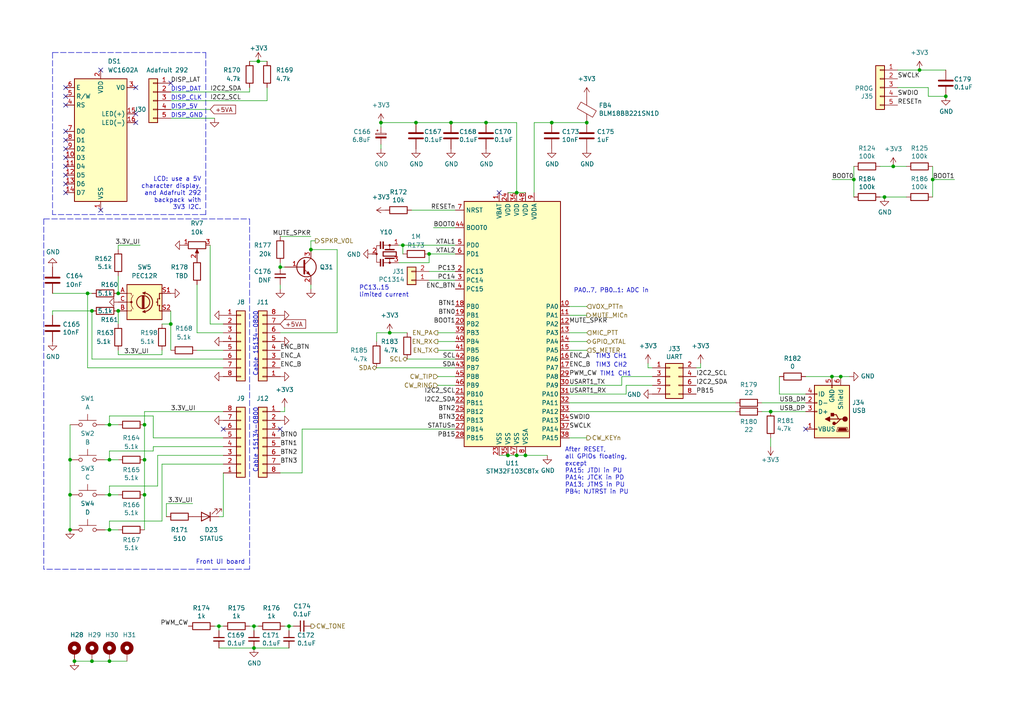
<source format=kicad_sch>
(kicad_sch (version 20211123) (generator eeschema)

  (uuid 5367a494-64b6-4f8c-adca-814c4b88525b)

  (paper "A4")

  (title_block
    (title "DART-70 TRX")
    (date "2023-03-06")
    (rev "0")
    (company "HB9EGM")
    (comment 1 "A 4m Band SSB/CW Transceiver")
    (comment 2 "User interface")
  )

  

  (junction (at 247.65 52.07) (diameter 0) (color 0 0 0 0)
    (uuid 0866ee23-d486-4d3a-a64d-98814c5ef163)
  )
  (junction (at 259.08 48.26) (diameter 0) (color 0 0 0 0)
    (uuid 0a368386-18d2-4ef6-8165-200b72a998f5)
  )
  (junction (at 31.75 153.67) (diameter 0) (color 0 0 0 0)
    (uuid 0f80f31f-72b7-4a12-98d4-1ab91816cb66)
  )
  (junction (at 34.29 85.09) (diameter 0) (color 0 0 0 0)
    (uuid 1276659c-ff14-4940-b214-e27c5bbbd628)
  )
  (junction (at 49.53 93.98) (diameter 0) (color 0 0 0 0)
    (uuid 13067acb-fde6-4e8f-bcd8-36f75030cd64)
  )
  (junction (at 31.75 123.19) (diameter 0) (color 0 0 0 0)
    (uuid 1b4d93c0-b76c-47a2-869f-90d3a6551a1b)
  )
  (junction (at 26.67 90.17) (diameter 0) (color 0 0 0 0)
    (uuid 1d8e009c-7943-40d7-8021-ed1bc658a4c2)
  )
  (junction (at 223.52 119.38) (diameter 0) (color 0 0 0 0)
    (uuid 2a891096-042c-4004-b161-8bd2c0b59fd7)
  )
  (junction (at 266.7 20.32) (diameter 0) (color 0 0 0 0)
    (uuid 3a3e423a-0c3f-40d0-bc24-f2fd6c41cc34)
  )
  (junction (at 149.86 55.88) (diameter 0) (color 0 0 0 0)
    (uuid 3b398e0a-4c10-4dcc-aa1f-5dcd51a576d9)
  )
  (junction (at 20.32 143.51) (diameter 0) (color 0 0 0 0)
    (uuid 3e97b4b6-51fe-4831-8963-04e554d396f4)
  )
  (junction (at 243.84 109.22) (diameter 0) (color 0 0 0 0)
    (uuid 3f43b8cc-e232-4de4-a8bc-56a1a1c0a87a)
  )
  (junction (at 124.46 73.66) (diameter 0) (color 0 0 0 0)
    (uuid 418a0e9c-c95f-4d4a-a88f-ec13faf3303c)
  )
  (junction (at 31.75 133.35) (diameter 0) (color 0 0 0 0)
    (uuid 43b68646-b8ec-4be3-a413-276bb49b62bd)
  )
  (junction (at 130.81 35.56) (diameter 0) (color 0 0 0 0)
    (uuid 463e71c6-e035-4ed0-9a41-c3c9633f2c78)
  )
  (junction (at 90.17 72.39) (diameter 0) (color 0 0 0 0)
    (uuid 4aeb06a7-de87-4606-9e7f-a948ca11c315)
  )
  (junction (at 74.93 17.78) (diameter 0) (color 0 0 0 0)
    (uuid 506b584a-7a0c-4748-9a0a-fd2df4f10b53)
  )
  (junction (at 31.75 191.77) (diameter 0) (color 0 0 0 0)
    (uuid 59cde6dd-9dca-42cc-926a-90d90b278d0e)
  )
  (junction (at 20.32 133.35) (diameter 0) (color 0 0 0 0)
    (uuid 60f9aea0-5552-4cff-adfd-7e3333a6c431)
  )
  (junction (at 256.54 57.15) (diameter 0) (color 0 0 0 0)
    (uuid 6d4ae51e-8ca2-4932-9759-eaa3b5ce6b35)
  )
  (junction (at 149.86 132.08) (diameter 0) (color 0 0 0 0)
    (uuid 70b621b6-45b5-43cb-9683-d589118723d7)
  )
  (junction (at 147.32 132.08) (diameter 0) (color 0 0 0 0)
    (uuid 73e2a101-0bc0-414b-9aa7-7eeb8a3caef1)
  )
  (junction (at 120.65 35.56) (diameter 0) (color 0 0 0 0)
    (uuid 752fa345-d8be-4e99-aad1-e88671f99643)
  )
  (junction (at 160.02 35.56) (diameter 0) (color 0 0 0 0)
    (uuid 77b09fa1-fbbb-49ab-94c4-069660b694ff)
  )
  (junction (at 73.66 187.96) (diameter 0) (color 0 0 0 0)
    (uuid 782b86fa-ef9f-4c16-a991-b44a80f0f0c3)
  )
  (junction (at 110.49 35.56) (diameter 0) (color 0 0 0 0)
    (uuid 7a569be9-30d3-40a6-bcfb-48572e4d943e)
  )
  (junction (at 63.5 181.61) (diameter 0) (color 0 0 0 0)
    (uuid 7efaeda2-e767-44b9-adb2-3a0c3f4d2f1d)
  )
  (junction (at 25.4 85.09) (diameter 0) (color 0 0 0 0)
    (uuid 862cd780-bf4e-4e2e-bb26-0952d83f334b)
  )
  (junction (at 83.82 181.61) (diameter 0) (color 0 0 0 0)
    (uuid 8847e751-6992-4f80-92c5-c3bef4b5dbf6)
  )
  (junction (at 116.84 71.12) (diameter 0) (color 0 0 0 0)
    (uuid 8c497335-9f19-4d8f-81b9-d3f6e5560190)
  )
  (junction (at 241.3 109.22) (diameter 0) (color 0 0 0 0)
    (uuid 9801ccc8-5152-40bb-932d-67072f8cd8ad)
  )
  (junction (at 26.67 191.77) (diameter 0) (color 0 0 0 0)
    (uuid 98560b74-a1df-4f18-9056-9d04ee495b97)
  )
  (junction (at 140.97 35.56) (diameter 0) (color 0 0 0 0)
    (uuid 9cb0289b-897f-4a33-9575-6ead0989832a)
  )
  (junction (at 41.91 133.35) (diameter 0) (color 0 0 0 0)
    (uuid a306cb94-6ff0-43dc-b3ff-609bd041f651)
  )
  (junction (at 270.51 52.07) (diameter 0) (color 0 0 0 0)
    (uuid aa21b640-c66c-4373-8449-938440dd5f1c)
  )
  (junction (at 73.66 181.61) (diameter 0) (color 0 0 0 0)
    (uuid b2ecb88a-4c09-46d5-b24a-de38dbb48f75)
  )
  (junction (at 41.91 143.51) (diameter 0) (color 0 0 0 0)
    (uuid b47512f5-ddb1-4f6a-a01f-993a149ffa47)
  )
  (junction (at 152.4 132.08) (diameter 0) (color 0 0 0 0)
    (uuid b7e9cf10-b74e-4e80-a7f1-e33a29fe56de)
  )
  (junction (at 20.32 153.67) (diameter 0) (color 0 0 0 0)
    (uuid be9a62f2-23dd-41df-91a7-1f4ac377faf3)
  )
  (junction (at 81.28 77.47) (diameter 0) (color 0 0 0 0)
    (uuid c21d43cd-6a5c-49e4-8e47-27ce04de320c)
  )
  (junction (at 34.29 90.17) (diameter 0) (color 0 0 0 0)
    (uuid c2d3f10b-b9a2-4cb9-979d-644e3566b349)
  )
  (junction (at 21.59 191.77) (diameter 0) (color 0 0 0 0)
    (uuid c700ac3f-55c1-4328-ac50-f1d2cfb94ee9)
  )
  (junction (at 41.91 123.19) (diameter 0) (color 0 0 0 0)
    (uuid cc016ca4-b9a4-4d80-91ba-91d6e0df5bcc)
  )
  (junction (at 170.18 35.56) (diameter 0) (color 0 0 0 0)
    (uuid e1640c92-0a7b-4990-ae42-e9436c2a460d)
  )
  (junction (at 31.75 143.51) (diameter 0) (color 0 0 0 0)
    (uuid e4389c4e-c952-4182-9a64-3fb2a72a1786)
  )
  (junction (at 274.32 27.94) (diameter 0) (color 0 0 0 0)
    (uuid ed74c2b7-a3ac-4886-84f5-377b5e1bbbfc)
  )
  (junction (at 113.03 96.52) (diameter 0) (color 0 0 0 0)
    (uuid ff6d9fdb-84d0-4d1c-a636-19102cb32ce0)
  )

  (no_connect (at 19.05 30.48) (uuid 27a098aa-a54a-4603-8a04-fe8def00e684))
  (no_connect (at 19.05 25.4) (uuid 32b8b153-c903-4741-ad0e-f8d9602e50e4))
  (no_connect (at 39.37 33.02) (uuid 342988be-16c5-4d72-82f4-e65b4c5f0a23))
  (no_connect (at 233.68 124.46) (uuid 487ede9d-e4e2-47c1-b417-084ff862638c))
  (no_connect (at 19.05 45.72) (uuid 4f2980f5-7c43-4875-a7d2-8b8b265a1e46))
  (no_connect (at 19.05 40.64) (uuid 5187d1a9-67b2-40c1-a07c-4e0e8a38791d))
  (no_connect (at 39.37 35.56) (uuid 54760758-af89-4a41-a60d-e1b689c5006e))
  (no_connect (at 29.21 20.32) (uuid 5e0f13bf-804a-411e-8f5a-2678db83e4a0))
  (no_connect (at 19.05 38.1) (uuid 657b9520-f4f5-4bbd-96e9-e7037197e3d3))
  (no_connect (at 19.05 53.34) (uuid 68b3df11-6847-4453-820a-85d602ac575b))
  (no_connect (at 19.05 43.18) (uuid 7470b900-3f1e-497f-b369-8aad981a3392))
  (no_connect (at 29.21 60.96) (uuid 94d11b9d-6eb0-4385-9ae1-ddcc32221de4))
  (no_connect (at 64.77 124.46) (uuid 97f1f936-6338-435b-9ef9-aec774f20ae4))
  (no_connect (at 19.05 48.26) (uuid 98bce542-8d71-44ac-8b06-d20ab5e9152b))
  (no_connect (at 19.05 55.88) (uuid 9a013d10-199f-4d04-bd4c-941faf08d324))
  (no_connect (at 144.78 55.88) (uuid b1a7eebe-6925-4250-9db7-8e9e0fa6cd98))
  (no_connect (at 19.05 27.94) (uuid cbf32607-4f05-4315-90ea-7b1ad43a34e7))
  (no_connect (at 81.28 124.46) (uuid cc85f8ed-c988-4cab-b80d-996d4642fae0))
  (no_connect (at 49.53 24.13) (uuid d201603c-e100-4dec-85ec-f4b2f2d1beac))
  (no_connect (at 39.37 25.4) (uuid e52ceaab-2ff4-49eb-abf8-ad8d6eddfba5))
  (no_connect (at 19.05 50.8) (uuid e57a82f1-c1a2-475f-b5ba-dfeed83c5d9b))

  (wire (pts (xy 165.1 119.38) (xy 213.36 119.38))
    (stroke (width 0) (type default) (color 0 0 0 0))
    (uuid 006bc43b-d3a8-4a38-a8dc-5a24da3f9b4d)
  )
  (wire (pts (xy 49.53 26.67) (xy 72.39 26.67))
    (stroke (width 0) (type default) (color 0 0 0 0))
    (uuid 0172fa94-4b7c-4d5e-bde6-27bb171b91e9)
  )
  (wire (pts (xy 63.5 149.86) (xy 64.77 149.86))
    (stroke (width 0) (type default) (color 0 0 0 0))
    (uuid 01bec52d-63c5-49e5-955c-569d1162d97f)
  )
  (wire (pts (xy 34.29 71.12) (xy 40.64 71.12))
    (stroke (width 0) (type default) (color 0 0 0 0))
    (uuid 0242d9ef-e4f8-46fc-9a77-e91737006838)
  )
  (wire (pts (xy 60.96 71.12) (xy 60.96 93.98))
    (stroke (width 0) (type default) (color 0 0 0 0))
    (uuid 02f4b20d-c9a8-4969-8fae-b3557e58a4d5)
  )
  (wire (pts (xy 34.29 93.98) (xy 34.29 90.17))
    (stroke (width 0) (type default) (color 0 0 0 0))
    (uuid 035870a0-33fd-4542-9093-58d01a043d61)
  )
  (wire (pts (xy 119.38 60.96) (xy 132.08 60.96))
    (stroke (width 0) (type default) (color 0 0 0 0))
    (uuid 0454b0ed-4e94-46b1-9058-7210ddee62e4)
  )
  (wire (pts (xy 34.29 101.6) (xy 34.29 102.87))
    (stroke (width 0) (type default) (color 0 0 0 0))
    (uuid 075e8b22-aaf4-4757-89b3-6249642534f1)
  )
  (wire (pts (xy 170.18 127) (xy 165.1 127))
    (stroke (width 0) (type default) (color 0 0 0 0))
    (uuid 092bd70b-48e0-45b7-9940-021b2d382881)
  )
  (wire (pts (xy 44.45 120.65) (xy 31.75 120.65))
    (stroke (width 0) (type default) (color 0 0 0 0))
    (uuid 09f2736c-9021-4d8c-8548-ee1072a97795)
  )
  (wire (pts (xy 165.1 88.9) (xy 170.18 88.9))
    (stroke (width 0) (type default) (color 0 0 0 0))
    (uuid 09f67069-9731-43ad-9896-f538c04ef5ba)
  )
  (wire (pts (xy 15.24 91.44) (xy 15.24 90.17))
    (stroke (width 0) (type default) (color 0 0 0 0))
    (uuid 1021e01a-7480-4604-9b82-a8d70899e83d)
  )
  (wire (pts (xy 34.29 133.35) (xy 31.75 133.35))
    (stroke (width 0) (type default) (color 0 0 0 0))
    (uuid 10acd6cf-9aa0-464b-9051-98ec9eb1cee0)
  )
  (wire (pts (xy 48.26 146.05) (xy 55.88 146.05))
    (stroke (width 0) (type default) (color 0 0 0 0))
    (uuid 11719fed-d88d-4530-9c26-831b28b31b78)
  )
  (wire (pts (xy 64.77 132.08) (xy 45.72 132.08))
    (stroke (width 0) (type default) (color 0 0 0 0))
    (uuid 117ea635-ba04-4738-95f8-db64471b3c10)
  )
  (wire (pts (xy 165.1 116.84) (xy 213.36 116.84))
    (stroke (width 0) (type default) (color 0 0 0 0))
    (uuid 11b49d13-b047-4242-be65-9a9b1c80ec58)
  )
  (wire (pts (xy 127 101.6) (xy 132.08 101.6))
    (stroke (width 0) (type default) (color 0 0 0 0))
    (uuid 1627b889-41c1-4638-81bb-2059620a165d)
  )
  (wire (pts (xy 127 111.76) (xy 132.08 111.76))
    (stroke (width 0) (type default) (color 0 0 0 0))
    (uuid 166aacf9-9169-4bbe-a203-0c1180fa7c79)
  )
  (wire (pts (xy 266.7 20.32) (xy 274.32 20.32))
    (stroke (width 0) (type default) (color 0 0 0 0))
    (uuid 183d445a-de65-4a66-9059-9ba25be6a94a)
  )
  (wire (pts (xy 21.59 191.77) (xy 26.67 191.77))
    (stroke (width 0) (type default) (color 0 0 0 0))
    (uuid 1998e0d6-130d-4ba8-96ae-888a1f6e3081)
  )
  (wire (pts (xy 110.49 41.91) (xy 110.49 43.18))
    (stroke (width 0) (type default) (color 0 0 0 0))
    (uuid 1a795a6f-1bc6-41fb-82d7-5ae528094d84)
  )
  (wire (pts (xy 270.51 52.07) (xy 276.86 52.07))
    (stroke (width 0) (type default) (color 0 0 0 0))
    (uuid 1aa1dab1-f1aa-419d-8e2b-8cd33b1239aa)
  )
  (wire (pts (xy 90.17 69.85) (xy 91.44 69.85))
    (stroke (width 0) (type default) (color 0 0 0 0))
    (uuid 1d79b872-4247-447b-8107-559d53ddd5a5)
  )
  (wire (pts (xy 130.81 35.56) (xy 140.97 35.56))
    (stroke (width 0) (type default) (color 0 0 0 0))
    (uuid 2330a65f-a667-4564-b2ea-fd267508069a)
  )
  (wire (pts (xy 260.35 20.32) (xy 266.7 20.32))
    (stroke (width 0) (type default) (color 0 0 0 0))
    (uuid 23425199-2ac8-404e-b295-8bb0276f526e)
  )
  (wire (pts (xy 189.23 111.76) (xy 181.61 111.76))
    (stroke (width 0) (type default) (color 0 0 0 0))
    (uuid 238ce6dc-0557-409a-ab04-93448fccaac4)
  )
  (wire (pts (xy 160.02 35.56) (xy 154.94 35.56))
    (stroke (width 0) (type default) (color 0 0 0 0))
    (uuid 23d269d6-d694-442a-bf5d-98bf3544fc31)
  )
  (wire (pts (xy 269.24 25.4) (xy 269.24 27.94))
    (stroke (width 0) (type default) (color 0 0 0 0))
    (uuid 2480dd87-1dff-4a50-81a2-52ef161ac45c)
  )
  (wire (pts (xy 259.08 48.26) (xy 262.89 48.26))
    (stroke (width 0) (type default) (color 0 0 0 0))
    (uuid 24884ea9-449f-44bf-b800-4ed7c93ce21e)
  )
  (wire (pts (xy 63.5 181.61) (xy 63.5 182.88))
    (stroke (width 0) (type default) (color 0 0 0 0))
    (uuid 251435cb-df17-46ab-aac4-3d24ccac8db0)
  )
  (wire (pts (xy 109.22 106.68) (xy 132.08 106.68))
    (stroke (width 0) (type default) (color 0 0 0 0))
    (uuid 25892d42-97fc-44a1-b3ba-aeb16f99fc18)
  )
  (wire (pts (xy 223.52 119.38) (xy 233.68 119.38))
    (stroke (width 0) (type default) (color 0 0 0 0))
    (uuid 25ada721-670a-4020-ae0b-77410c4e375a)
  )
  (polyline (pts (xy 12.7 63.5) (xy 12.7 165.1))
    (stroke (width 0) (type default) (color 0 0 0 0))
    (uuid 2713b852-bf79-44b8-86d7-5e0782348c75)
  )

  (wire (pts (xy 34.29 123.19) (xy 31.75 123.19))
    (stroke (width 0) (type default) (color 0 0 0 0))
    (uuid 2965eaa9-5c83-4078-a673-05e36103f2d1)
  )
  (wire (pts (xy 26.67 104.14) (xy 64.77 104.14))
    (stroke (width 0) (type default) (color 0 0 0 0))
    (uuid 2b7ff33a-ec1c-46d5-8b84-ce602b213971)
  )
  (wire (pts (xy 127 109.22) (xy 132.08 109.22))
    (stroke (width 0) (type default) (color 0 0 0 0))
    (uuid 2bd08fdd-e559-4112-af36-bdef9848d0a6)
  )
  (wire (pts (xy 81.28 96.52) (xy 97.79 96.52))
    (stroke (width 0) (type default) (color 0 0 0 0))
    (uuid 2c6ad630-243d-427a-a5cf-bdab2e7e3ca0)
  )
  (wire (pts (xy 64.77 134.62) (xy 46.99 134.62))
    (stroke (width 0) (type default) (color 0 0 0 0))
    (uuid 2e004af1-24c2-4d3f-9cdf-8ffccd65096d)
  )
  (wire (pts (xy 57.15 82.55) (xy 57.15 96.52))
    (stroke (width 0) (type default) (color 0 0 0 0))
    (uuid 34bc620a-9d77-48b4-909a-ab4e80c66d2f)
  )
  (polyline (pts (xy 59.69 15.24) (xy 59.69 62.23))
    (stroke (width 0) (type default) (color 0 0 0 0))
    (uuid 36dbbb14-ed77-4633-af35-90660d2143f3)
  )

  (wire (pts (xy 120.65 35.56) (xy 130.81 35.56))
    (stroke (width 0) (type default) (color 0 0 0 0))
    (uuid 37e843e9-2538-4a91-9a9b-f536fa0a9e84)
  )
  (wire (pts (xy 64.77 127) (xy 44.45 127))
    (stroke (width 0) (type default) (color 0 0 0 0))
    (uuid 38d4be64-e2ca-4c77-8402-c0bcde2a8985)
  )
  (wire (pts (xy 247.65 52.07) (xy 247.65 57.15))
    (stroke (width 0) (type default) (color 0 0 0 0))
    (uuid 39fc171f-22e1-4125-a6fb-074be0f89972)
  )
  (wire (pts (xy 110.49 35.56) (xy 120.65 35.56))
    (stroke (width 0) (type default) (color 0 0 0 0))
    (uuid 3a013e8f-5b12-499b-8d2d-0ad49966db1a)
  )
  (wire (pts (xy 83.82 182.88) (xy 83.82 181.61))
    (stroke (width 0) (type default) (color 0 0 0 0))
    (uuid 3d927ca0-f4ad-42ab-b902-dfef8d84eebb)
  )
  (wire (pts (xy 270.51 52.07) (xy 270.51 57.15))
    (stroke (width 0) (type default) (color 0 0 0 0))
    (uuid 3ecb97a2-d71c-4514-8aef-66aafaac321d)
  )
  (wire (pts (xy 31.75 151.13) (xy 31.75 153.67))
    (stroke (width 0) (type default) (color 0 0 0 0))
    (uuid 3ecfdc85-ccb3-4449-a7de-24b5b9ff8623)
  )
  (wire (pts (xy 73.66 187.96) (xy 83.82 187.96))
    (stroke (width 0) (type default) (color 0 0 0 0))
    (uuid 3fc3a397-ec3a-4314-aa6a-44925ef4cbbe)
  )
  (polyline (pts (xy 15.24 15.24) (xy 59.69 15.24))
    (stroke (width 0) (type default) (color 0 0 0 0))
    (uuid 437ebe18-8f4c-4d60-9ade-e76424d17726)
  )

  (wire (pts (xy 83.82 181.61) (xy 85.09 181.61))
    (stroke (width 0) (type default) (color 0 0 0 0))
    (uuid 4736f749-4a0e-4a05-b1aa-d51f1c3fc23d)
  )
  (wire (pts (xy 160.02 35.56) (xy 170.18 35.56))
    (stroke (width 0) (type default) (color 0 0 0 0))
    (uuid 4829bee0-faa8-43f7-b2d7-8a6e5d1b3050)
  )
  (wire (pts (xy 34.29 80.01) (xy 34.29 85.09))
    (stroke (width 0) (type default) (color 0 0 0 0))
    (uuid 487cb37f-32e1-4fcc-b649-1ddd891984c5)
  )
  (wire (pts (xy 34.29 72.39) (xy 34.29 71.12))
    (stroke (width 0) (type default) (color 0 0 0 0))
    (uuid 4ac2ebce-bb4e-40ee-8aab-660b525d546b)
  )
  (wire (pts (xy 124.46 78.74) (xy 132.08 78.74))
    (stroke (width 0) (type default) (color 0 0 0 0))
    (uuid 4cd135a5-fdd1-4851-864a-dadf7c96d9ff)
  )
  (wire (pts (xy 20.32 123.19) (xy 20.32 133.35))
    (stroke (width 0) (type default) (color 0 0 0 0))
    (uuid 4d43e674-c1c0-4e11-b129-01108db367aa)
  )
  (wire (pts (xy 260.35 25.4) (xy 269.24 25.4))
    (stroke (width 0) (type default) (color 0 0 0 0))
    (uuid 4f69bb40-cbf2-45c5-8c23-3e0667e1f6c1)
  )
  (wire (pts (xy 165.1 114.3) (xy 181.61 114.3))
    (stroke (width 0) (type default) (color 0 0 0 0))
    (uuid 500298f6-b9ed-4e53-bde6-024545f1a90a)
  )
  (wire (pts (xy 203.2 106.68) (xy 203.2 105.41))
    (stroke (width 0) (type default) (color 0 0 0 0))
    (uuid 51294343-90f3-4619-bc53-1c73bf8c5427)
  )
  (wire (pts (xy 44.45 129.54) (xy 44.45 130.81))
    (stroke (width 0) (type default) (color 0 0 0 0))
    (uuid 5340b604-f44f-4b11-a6bf-532ca4d65b6f)
  )
  (wire (pts (xy 165.1 99.06) (xy 170.18 99.06))
    (stroke (width 0) (type default) (color 0 0 0 0))
    (uuid 53b642b8-d876-4cba-97a5-d4c9c528a2c5)
  )
  (wire (pts (xy 74.93 17.78) (xy 72.39 17.78))
    (stroke (width 0) (type default) (color 0 0 0 0))
    (uuid 5650bed6-fa0f-4e0e-bc2c-475445b4cde8)
  )
  (wire (pts (xy 64.77 101.6) (xy 57.15 101.6))
    (stroke (width 0) (type default) (color 0 0 0 0))
    (uuid 58839379-e082-4fb4-906e-c6877a462c18)
  )
  (wire (pts (xy 34.29 143.51) (xy 31.75 143.51))
    (stroke (width 0) (type default) (color 0 0 0 0))
    (uuid 595e8034-8a59-4a5c-b366-f8604d8aa4da)
  )
  (wire (pts (xy 247.65 48.26) (xy 247.65 52.07))
    (stroke (width 0) (type default) (color 0 0 0 0))
    (uuid 5af71f61-4c88-4f07-8375-dac3a2ef186d)
  )
  (wire (pts (xy 110.49 35.56) (xy 110.49 36.83))
    (stroke (width 0) (type default) (color 0 0 0 0))
    (uuid 5e8f43a4-e869-473e-b093-0ec79ea19580)
  )
  (wire (pts (xy 226.06 114.3) (xy 233.68 114.3))
    (stroke (width 0) (type default) (color 0 0 0 0))
    (uuid 5f48357f-c353-4808-811f-74ed7ffaa7c6)
  )
  (wire (pts (xy 269.24 27.94) (xy 274.32 27.94))
    (stroke (width 0) (type default) (color 0 0 0 0))
    (uuid 61b6f2c4-b226-47d6-bbd8-9d67fcaf35c3)
  )
  (wire (pts (xy 256.54 57.15) (xy 262.89 57.15))
    (stroke (width 0) (type default) (color 0 0 0 0))
    (uuid 61e795c9-5bb5-48b3-b7a0-cb64f04c7adc)
  )
  (wire (pts (xy 49.53 101.6) (xy 49.53 93.98))
    (stroke (width 0) (type default) (color 0 0 0 0))
    (uuid 62bb59d5-9173-4472-8052-d1f9b5eb8ddd)
  )
  (wire (pts (xy 48.26 146.05) (xy 48.26 149.86))
    (stroke (width 0) (type default) (color 0 0 0 0))
    (uuid 653c064d-2952-4357-b6d2-6994eafa06e3)
  )
  (wire (pts (xy 34.29 153.67) (xy 31.75 153.67))
    (stroke (width 0) (type default) (color 0 0 0 0))
    (uuid 66d98295-60ac-4b7d-a181-3284b2b387bc)
  )
  (wire (pts (xy 124.46 76.2) (xy 124.46 73.66))
    (stroke (width 0) (type default) (color 0 0 0 0))
    (uuid 677a1070-c11b-49a9-8186-12e0a3e880b1)
  )
  (wire (pts (xy 77.47 29.21) (xy 77.47 25.4))
    (stroke (width 0) (type default) (color 0 0 0 0))
    (uuid 679e5b0e-a017-43d8-8845-79a886253d82)
  )
  (wire (pts (xy 26.67 191.77) (xy 31.75 191.77))
    (stroke (width 0) (type default) (color 0 0 0 0))
    (uuid 67a7995e-8784-42ca-a88d-2917f425f1b7)
  )
  (polyline (pts (xy 15.24 15.24) (xy 15.24 62.23))
    (stroke (width 0) (type default) (color 0 0 0 0))
    (uuid 6c1a4ff4-84d5-4723-9271-598658bada11)
  )

  (wire (pts (xy 165.1 111.76) (xy 180.34 111.76))
    (stroke (width 0) (type default) (color 0 0 0 0))
    (uuid 6f75ea3e-6135-44f5-9313-1aad839ab6f6)
  )
  (wire (pts (xy 49.53 93.98) (xy 49.53 90.17))
    (stroke (width 0) (type default) (color 0 0 0 0))
    (uuid 6fdaf790-6595-4496-8ecc-66a8fce05a7e)
  )
  (wire (pts (xy 31.75 153.67) (xy 30.48 153.67))
    (stroke (width 0) (type default) (color 0 0 0 0))
    (uuid 7015e2a0-a2e3-4f1d-a3b4-6e3232db9600)
  )
  (wire (pts (xy 74.93 17.78) (xy 77.47 17.78))
    (stroke (width 0) (type default) (color 0 0 0 0))
    (uuid 70fbc14f-75ce-4a72-aeed-887f01f7e9b7)
  )
  (wire (pts (xy 62.23 181.61) (xy 63.5 181.61))
    (stroke (width 0) (type default) (color 0 0 0 0))
    (uuid 742f6656-c86d-41c0-937e-ef6ded3bd482)
  )
  (wire (pts (xy 82.55 119.38) (xy 81.28 119.38))
    (stroke (width 0) (type default) (color 0 0 0 0))
    (uuid 759cc877-c951-4232-8801-84944e2711e0)
  )
  (wire (pts (xy 223.52 119.38) (xy 220.98 119.38))
    (stroke (width 0) (type default) (color 0 0 0 0))
    (uuid 771145ed-2e00-4172-ac95-37a36c6a35ce)
  )
  (wire (pts (xy 31.75 143.51) (xy 30.48 143.51))
    (stroke (width 0) (type default) (color 0 0 0 0))
    (uuid 79e9b764-7934-4c55-bbe2-66da90857ed4)
  )
  (wire (pts (xy 140.97 35.56) (xy 149.86 35.56))
    (stroke (width 0) (type default) (color 0 0 0 0))
    (uuid 7c1fd6fc-5c53-4ccb-a456-46fe6fc0bc71)
  )
  (wire (pts (xy 34.29 102.87) (xy 46.99 102.87))
    (stroke (width 0) (type default) (color 0 0 0 0))
    (uuid 7d0bbe80-0957-4d01-9233-f16ef102a13b)
  )
  (wire (pts (xy 82.55 181.61) (xy 83.82 181.61))
    (stroke (width 0) (type default) (color 0 0 0 0))
    (uuid 7d512d14-3ca4-4934-b506-eb07d268c7dc)
  )
  (wire (pts (xy 255.27 48.26) (xy 259.08 48.26))
    (stroke (width 0) (type default) (color 0 0 0 0))
    (uuid 7dd55760-37b2-4d89-b4f0-9a6e2271c608)
  )
  (wire (pts (xy 49.53 31.75) (xy 60.96 31.75))
    (stroke (width 0) (type default) (color 0 0 0 0))
    (uuid 7dea5b06-9728-4946-ac18-76df3b51d33b)
  )
  (wire (pts (xy 147.32 132.08) (xy 144.78 132.08))
    (stroke (width 0) (type default) (color 0 0 0 0))
    (uuid 7f2c9904-545b-4337-acd6-8707e0924818)
  )
  (wire (pts (xy 31.75 120.65) (xy 31.75 123.19))
    (stroke (width 0) (type default) (color 0 0 0 0))
    (uuid 7f70a162-654d-4a57-bc5d-a31cdfbe16ab)
  )
  (wire (pts (xy 243.84 109.22) (xy 241.3 109.22))
    (stroke (width 0) (type default) (color 0 0 0 0))
    (uuid 7fa098fb-b644-4e64-920e-8328b5d12f21)
  )
  (wire (pts (xy 270.51 48.26) (xy 270.51 52.07))
    (stroke (width 0) (type default) (color 0 0 0 0))
    (uuid 81d49193-5849-4589-9095-80c5e3a0c2bb)
  )
  (wire (pts (xy 41.91 133.35) (xy 41.91 123.19))
    (stroke (width 0) (type default) (color 0 0 0 0))
    (uuid 83b77b4d-dcc2-4e93-a5f3-1d1480646393)
  )
  (wire (pts (xy 82.55 118.11) (xy 82.55 119.38))
    (stroke (width 0) (type default) (color 0 0 0 0))
    (uuid 8531137a-1a8b-4272-8a2a-21ebe15116a8)
  )
  (wire (pts (xy 255.27 57.15) (xy 256.54 57.15))
    (stroke (width 0) (type default) (color 0 0 0 0))
    (uuid 875404be-e359-458a-af29-1bd3403dd55f)
  )
  (wire (pts (xy 170.18 96.52) (xy 165.1 96.52))
    (stroke (width 0) (type default) (color 0 0 0 0))
    (uuid 8916cfb5-5541-43a9-8e0e-951b776d485c)
  )
  (wire (pts (xy 90.17 69.85) (xy 90.17 72.39))
    (stroke (width 0) (type default) (color 0 0 0 0))
    (uuid 8c018d47-5ab9-4aea-a37a-71038b398265)
  )
  (wire (pts (xy 64.77 129.54) (xy 44.45 129.54))
    (stroke (width 0) (type default) (color 0 0 0 0))
    (uuid 8cad3c76-9d14-47b0-af16-b1d45fb7e210)
  )
  (wire (pts (xy 25.4 85.09) (xy 25.4 106.68))
    (stroke (width 0) (type default) (color 0 0 0 0))
    (uuid 8cc76f91-ded4-40ee-b697-880b3a291e2e)
  )
  (wire (pts (xy 20.32 143.51) (xy 20.32 153.67))
    (stroke (width 0) (type default) (color 0 0 0 0))
    (uuid 8d760ab7-cb5d-426a-b4aa-fb7e0964cb41)
  )
  (wire (pts (xy 113.03 96.52) (xy 118.11 96.52))
    (stroke (width 0) (type default) (color 0 0 0 0))
    (uuid 8eee2ea4-1445-45c5-abf0-47f99f0cf976)
  )
  (wire (pts (xy 73.66 181.61) (xy 74.93 181.61))
    (stroke (width 0) (type default) (color 0 0 0 0))
    (uuid 9004cee7-358e-4c08-9d64-a05f28a4e7b6)
  )
  (wire (pts (xy 15.24 85.09) (xy 25.4 85.09))
    (stroke (width 0) (type default) (color 0 0 0 0))
    (uuid 901dc96c-698d-427d-880a-ee46536a481f)
  )
  (wire (pts (xy 81.28 77.47) (xy 82.55 77.47))
    (stroke (width 0) (type default) (color 0 0 0 0))
    (uuid 91b93633-9d4a-4170-b7ca-34e2d5aedb1e)
  )
  (wire (pts (xy 124.46 73.66) (xy 132.08 73.66))
    (stroke (width 0) (type default) (color 0 0 0 0))
    (uuid 92cf4db4-2dba-4763-9cd8-3c7f8aff8f24)
  )
  (wire (pts (xy 124.46 76.2) (xy 115.57 76.2))
    (stroke (width 0) (type default) (color 0 0 0 0))
    (uuid 93b580d1-c2df-48c4-9d06-465ca9d3eebc)
  )
  (wire (pts (xy 31.75 130.81) (xy 31.75 133.35))
    (stroke (width 0) (type default) (color 0 0 0 0))
    (uuid 93da3a85-5fda-48d7-be90-2ac97d347c10)
  )
  (wire (pts (xy 31.75 133.35) (xy 30.48 133.35))
    (stroke (width 0) (type default) (color 0 0 0 0))
    (uuid 9a54de37-9a36-4361-8f2a-998faf1c0711)
  )
  (wire (pts (xy 87.63 124.46) (xy 132.08 124.46))
    (stroke (width 0) (type default) (color 0 0 0 0))
    (uuid 9c00f763-4387-4dca-9d2a-687600fcbd31)
  )
  (wire (pts (xy 220.98 116.84) (xy 233.68 116.84))
    (stroke (width 0) (type default) (color 0 0 0 0))
    (uuid 9f7324c5-50a2-442c-8a80-edf04aa2b2ac)
  )
  (wire (pts (xy 26.67 90.17) (xy 26.67 104.14))
    (stroke (width 0) (type default) (color 0 0 0 0))
    (uuid a17a454c-d5db-41e2-aad7-bb23416d3abb)
  )
  (wire (pts (xy 46.99 93.98) (xy 49.53 93.98))
    (stroke (width 0) (type default) (color 0 0 0 0))
    (uuid a1c9f66a-0fa1-46bb-9bd5-47e853da8b3b)
  )
  (wire (pts (xy 149.86 55.88) (xy 147.32 55.88))
    (stroke (width 0) (type default) (color 0 0 0 0))
    (uuid a32fe8ab-5810-40f6-8eab-48332c0ee5a0)
  )
  (wire (pts (xy 81.28 83.82) (xy 81.28 82.55))
    (stroke (width 0) (type default) (color 0 0 0 0))
    (uuid a6772870-a42e-49f8-bd4d-a35118c5fb87)
  )
  (wire (pts (xy 31.75 123.19) (xy 30.48 123.19))
    (stroke (width 0) (type default) (color 0 0 0 0))
    (uuid a8ec01c3-5395-47fc-8245-52f53884ef0c)
  )
  (wire (pts (xy 124.46 81.28) (xy 132.08 81.28))
    (stroke (width 0) (type default) (color 0 0 0 0))
    (uuid ab5db7e5-9de7-449f-b70b-9d0dd610b10b)
  )
  (wire (pts (xy 116.84 73.66) (xy 116.84 71.12))
    (stroke (width 0) (type default) (color 0 0 0 0))
    (uuid ac5a5c45-797a-4bbe-bfd5-5ce5a8aa3463)
  )
  (wire (pts (xy 109.22 99.06) (xy 109.22 96.52))
    (stroke (width 0) (type default) (color 0 0 0 0))
    (uuid acc086a0-e4a1-477e-a665-53709bdb472e)
  )
  (wire (pts (xy 81.28 76.2) (xy 81.28 77.47))
    (stroke (width 0) (type default) (color 0 0 0 0))
    (uuid ae0da676-b905-4af3-8d1e-af49105ca29d)
  )
  (wire (pts (xy 46.99 151.13) (xy 31.75 151.13))
    (stroke (width 0) (type default) (color 0 0 0 0))
    (uuid ae15e328-ecca-4103-8937-cab586d25863)
  )
  (wire (pts (xy 187.96 106.68) (xy 187.96 105.41))
    (stroke (width 0) (type default) (color 0 0 0 0))
    (uuid b02e051f-3ad1-4d09-a486-11f02dd3200d)
  )
  (wire (pts (xy 152.4 132.08) (xy 149.86 132.08))
    (stroke (width 0) (type default) (color 0 0 0 0))
    (uuid b05af61d-3c1d-44cf-aea2-61fd169c9d1a)
  )
  (wire (pts (xy 31.75 191.77) (xy 36.83 191.77))
    (stroke (width 0) (type default) (color 0 0 0 0))
    (uuid b28ba5b1-54d9-4597-94a4-3b5c7b5bab1e)
  )
  (wire (pts (xy 149.86 35.56) (xy 149.86 55.88))
    (stroke (width 0) (type default) (color 0 0 0 0))
    (uuid b3eebb03-af8c-48e8-a7d9-5ec3741206fa)
  )
  (polyline (pts (xy 72.39 63.5) (xy 72.39 165.1))
    (stroke (width 0) (type default) (color 0 0 0 0))
    (uuid b7352d31-f539-445c-ba3f-fbc1562b3d46)
  )

  (wire (pts (xy 181.61 111.76) (xy 181.61 114.3))
    (stroke (width 0) (type default) (color 0 0 0 0))
    (uuid b9fce689-53c2-4275-98d8-2c8da9bd740a)
  )
  (wire (pts (xy 116.84 71.12) (xy 115.57 71.12))
    (stroke (width 0) (type default) (color 0 0 0 0))
    (uuid ba80136a-34d0-4a97-a9c9-c43ab3f7be6e)
  )
  (wire (pts (xy 97.79 96.52) (xy 97.79 72.39))
    (stroke (width 0) (type default) (color 0 0 0 0))
    (uuid baa5fb47-0080-48ce-a6eb-0a22f840580d)
  )
  (wire (pts (xy 152.4 55.88) (xy 149.86 55.88))
    (stroke (width 0) (type default) (color 0 0 0 0))
    (uuid bade9875-e59b-4d52-b529-c48d7c265fc4)
  )
  (wire (pts (xy 81.28 137.16) (xy 87.63 137.16))
    (stroke (width 0) (type default) (color 0 0 0 0))
    (uuid bb740424-d759-4423-b2a5-0258d69ff2b8)
  )
  (wire (pts (xy 49.53 29.21) (xy 77.47 29.21))
    (stroke (width 0) (type default) (color 0 0 0 0))
    (uuid bc913ca4-9065-43d2-9d7f-c7073d14811d)
  )
  (wire (pts (xy 170.18 101.6) (xy 165.1 101.6))
    (stroke (width 0) (type default) (color 0 0 0 0))
    (uuid bcb9de97-da39-48c2-ba62-52171a3a19f8)
  )
  (wire (pts (xy 64.77 93.98) (xy 60.96 93.98))
    (stroke (width 0) (type default) (color 0 0 0 0))
    (uuid bcc6231b-fada-4e7b-994f-501a10edaac4)
  )
  (wire (pts (xy 118.11 104.14) (xy 132.08 104.14))
    (stroke (width 0) (type default) (color 0 0 0 0))
    (uuid bd09b87f-3171-467c-9c1b-9b264cb5811f)
  )
  (wire (pts (xy 45.72 132.08) (xy 45.72 140.97))
    (stroke (width 0) (type default) (color 0 0 0 0))
    (uuid bdc362f0-8353-4b85-a2e5-77a124b70e3e)
  )
  (wire (pts (xy 90.17 83.82) (xy 90.17 82.55))
    (stroke (width 0) (type default) (color 0 0 0 0))
    (uuid be3969cd-6eb6-46db-b717-5a91b206baa1)
  )
  (wire (pts (xy 127 99.06) (xy 132.08 99.06))
    (stroke (width 0) (type default) (color 0 0 0 0))
    (uuid becafcb0-5d08-48f4-89ce-b2a1334e1c9f)
  )
  (wire (pts (xy 46.99 134.62) (xy 46.99 151.13))
    (stroke (width 0) (type default) (color 0 0 0 0))
    (uuid bff5a479-d653-4ef3-9142-cd1c60af5e4c)
  )
  (wire (pts (xy 87.63 137.16) (xy 87.63 124.46))
    (stroke (width 0) (type default) (color 0 0 0 0))
    (uuid c11bad5b-a36f-48f7-a423-b6938509b64c)
  )
  (wire (pts (xy 25.4 85.09) (xy 26.67 85.09))
    (stroke (width 0) (type default) (color 0 0 0 0))
    (uuid c3bf758f-2f4a-44b5-89bd-399138aded84)
  )
  (wire (pts (xy 109.22 96.52) (xy 113.03 96.52))
    (stroke (width 0) (type default) (color 0 0 0 0))
    (uuid c4f64510-07d5-4ae3-902b-5d0e59c44376)
  )
  (wire (pts (xy 180.34 109.22) (xy 189.23 109.22))
    (stroke (width 0) (type default) (color 0 0 0 0))
    (uuid ca0eab8e-e3fd-464d-bb03-d1603b8a651b)
  )
  (wire (pts (xy 201.93 106.68) (xy 203.2 106.68))
    (stroke (width 0) (type default) (color 0 0 0 0))
    (uuid cb175638-626b-4672-842d-6eb93527cdee)
  )
  (wire (pts (xy 72.39 26.67) (xy 72.39 25.4))
    (stroke (width 0) (type default) (color 0 0 0 0))
    (uuid cf02db11-2ff8-4f79-b3e9-9802575ab786)
  )
  (polyline (pts (xy 72.39 165.1) (xy 12.7 165.1))
    (stroke (width 0) (type default) (color 0 0 0 0))
    (uuid d1139c2e-c886-424c-a875-a1901610c4d7)
  )

  (wire (pts (xy 154.94 35.56) (xy 154.94 55.88))
    (stroke (width 0) (type default) (color 0 0 0 0))
    (uuid d1ea7795-8403-4edb-b959-1b29f77ed16f)
  )
  (wire (pts (xy 26.67 90.17) (xy 15.24 90.17))
    (stroke (width 0) (type default) (color 0 0 0 0))
    (uuid d4d81f67-fac4-4771-8b7d-f2089683330d)
  )
  (wire (pts (xy 73.66 182.88) (xy 73.66 181.61))
    (stroke (width 0) (type default) (color 0 0 0 0))
    (uuid d8ebdeb0-2bbd-4a1b-a259-f95c97f44cbe)
  )
  (wire (pts (xy 72.39 181.61) (xy 73.66 181.61))
    (stroke (width 0) (type default) (color 0 0 0 0))
    (uuid dacfc6b2-f197-4446-86ee-d141533404be)
  )
  (wire (pts (xy 97.79 72.39) (xy 90.17 72.39))
    (stroke (width 0) (type default) (color 0 0 0 0))
    (uuid db2d81f3-23da-41d4-9b62-2e8fe838cf89)
  )
  (wire (pts (xy 246.38 109.22) (xy 243.84 109.22))
    (stroke (width 0) (type default) (color 0 0 0 0))
    (uuid dba4ad5b-8704-4fc8-9247-b9c4709cf1cf)
  )
  (wire (pts (xy 46.99 101.6) (xy 46.99 102.87))
    (stroke (width 0) (type default) (color 0 0 0 0))
    (uuid dbe966b7-402e-466d-8903-8d56ad410940)
  )
  (wire (pts (xy 49.53 34.29) (xy 62.23 34.29))
    (stroke (width 0) (type default) (color 0 0 0 0))
    (uuid dc2567a8-f67d-423b-a6b0-f3bf10022eef)
  )
  (wire (pts (xy 132.08 71.12) (xy 116.84 71.12))
    (stroke (width 0) (type default) (color 0 0 0 0))
    (uuid dcbc5a2e-2561-4663-8736-09acc9fe0209)
  )
  (wire (pts (xy 63.5 187.96) (xy 73.66 187.96))
    (stroke (width 0) (type default) (color 0 0 0 0))
    (uuid ddcf9a83-0126-4df6-88fa-3363d508d3a6)
  )
  (wire (pts (xy 189.23 106.68) (xy 187.96 106.68))
    (stroke (width 0) (type default) (color 0 0 0 0))
    (uuid deadb616-b4aa-444c-a56e-5704f773e34d)
  )
  (wire (pts (xy 45.72 140.97) (xy 31.75 140.97))
    (stroke (width 0) (type default) (color 0 0 0 0))
    (uuid dece3cbd-7376-4a8b-8f30-175b2548ec21)
  )
  (wire (pts (xy 44.45 130.81) (xy 31.75 130.81))
    (stroke (width 0) (type default) (color 0 0 0 0))
    (uuid df1810e4-d2b1-4c4a-a469-1d3279013048)
  )
  (polyline (pts (xy 12.7 63.5) (xy 72.39 63.5))
    (stroke (width 0) (type default) (color 0 0 0 0))
    (uuid e1153486-162b-4507-b81c-3c8ab418a121)
  )

  (wire (pts (xy 158.75 132.08) (xy 152.4 132.08))
    (stroke (width 0) (type default) (color 0 0 0 0))
    (uuid e382fedc-c868-44fd-9740-47cc05b15c1c)
  )
  (wire (pts (xy 170.18 91.44) (xy 165.1 91.44))
    (stroke (width 0) (type default) (color 0 0 0 0))
    (uuid e4a40ea1-de8c-4913-8d95-0a86c0054fcc)
  )
  (wire (pts (xy 226.06 109.22) (xy 226.06 114.3))
    (stroke (width 0) (type default) (color 0 0 0 0))
    (uuid e584287a-6232-40cf-a082-8dea5986b945)
  )
  (wire (pts (xy 63.5 181.61) (xy 64.77 181.61))
    (stroke (width 0) (type default) (color 0 0 0 0))
    (uuid e68fac9b-3de3-4acb-9bb0-3dee3685df22)
  )
  (wire (pts (xy 180.34 111.76) (xy 180.34 109.22))
    (stroke (width 0) (type default) (color 0 0 0 0))
    (uuid e7130644-c4ae-4f9d-997d-5b4fa9d09578)
  )
  (wire (pts (xy 127 96.52) (xy 132.08 96.52))
    (stroke (width 0) (type default) (color 0 0 0 0))
    (uuid e719e133-06c8-48a5-8b34-3a33eec285a2)
  )
  (polyline (pts (xy 59.69 62.23) (xy 15.24 62.23))
    (stroke (width 0) (type default) (color 0 0 0 0))
    (uuid e8e850c4-7708-4bbf-84e9-a768c6d278e3)
  )

  (wire (pts (xy 223.52 129.54) (xy 223.52 127))
    (stroke (width 0) (type default) (color 0 0 0 0))
    (uuid e96fb2f4-eacc-40ed-bf61-c56b99b120c0)
  )
  (wire (pts (xy 44.45 127) (xy 44.45 120.65))
    (stroke (width 0) (type default) (color 0 0 0 0))
    (uuid e9b295a5-cdeb-4da6-bdd9-19728b2c98e4)
  )
  (wire (pts (xy 90.17 68.58) (xy 81.28 68.58))
    (stroke (width 0) (type default) (color 0 0 0 0))
    (uuid eaa232ae-0357-4d6f-87b8-c4745ba4beae)
  )
  (wire (pts (xy 64.77 149.86) (xy 64.77 137.16))
    (stroke (width 0) (type default) (color 0 0 0 0))
    (uuid eb0a63f4-b906-442b-93ec-ffece07fdfe0)
  )
  (wire (pts (xy 41.91 153.67) (xy 41.91 143.51))
    (stroke (width 0) (type default) (color 0 0 0 0))
    (uuid eb5c3818-51cd-4092-a6a2-1d306912382e)
  )
  (wire (pts (xy 125.73 66.04) (xy 132.08 66.04))
    (stroke (width 0) (type default) (color 0 0 0 0))
    (uuid ed265626-f6f5-4029-beb9-f6ad275e86b5)
  )
  (wire (pts (xy 41.91 143.51) (xy 41.91 133.35))
    (stroke (width 0) (type default) (color 0 0 0 0))
    (uuid ee955228-8cba-41df-9590-142549e57cef)
  )
  (wire (pts (xy 25.4 106.68) (xy 64.77 106.68))
    (stroke (width 0) (type default) (color 0 0 0 0))
    (uuid f0f2fa4c-2880-427e-a24f-022d6c3aded4)
  )
  (wire (pts (xy 41.91 119.38) (xy 64.77 119.38))
    (stroke (width 0) (type default) (color 0 0 0 0))
    (uuid f195bef5-4865-4edb-b1c1-1159dcbcf864)
  )
  (wire (pts (xy 31.75 140.97) (xy 31.75 143.51))
    (stroke (width 0) (type default) (color 0 0 0 0))
    (uuid f4034db7-8854-4045-b7b2-1e1c9b9e34c1)
  )
  (wire (pts (xy 149.86 132.08) (xy 147.32 132.08))
    (stroke (width 0) (type default) (color 0 0 0 0))
    (uuid f46f4b86-daf6-4869-98cb-928039f00f5f)
  )
  (wire (pts (xy 241.3 109.22) (xy 233.68 109.22))
    (stroke (width 0) (type default) (color 0 0 0 0))
    (uuid f6c96c0d-4cf7-4e5a-ad96-cb52e5fda138)
  )
  (wire (pts (xy 41.91 119.38) (xy 41.91 123.19))
    (stroke (width 0) (type default) (color 0 0 0 0))
    (uuid f7ab66cc-203f-4754-b8dc-ece5fbc39d5d)
  )
  (wire (pts (xy 20.32 133.35) (xy 20.32 143.51))
    (stroke (width 0) (type default) (color 0 0 0 0))
    (uuid f928df12-b33b-4d6e-8a51-572bf83802ca)
  )
  (wire (pts (xy 241.3 52.07) (xy 247.65 52.07))
    (stroke (width 0) (type default) (color 0 0 0 0))
    (uuid faac2d32-2379-4b8f-8acf-c85798bc06e6)
  )
  (wire (pts (xy 57.15 96.52) (xy 64.77 96.52))
    (stroke (width 0) (type default) (color 0 0 0 0))
    (uuid fea67a82-098b-48c6-940d-5cd9df757cce)
  )

  (text "DISP_5V" (at 49.53 31.75 0)
    (effects (font (size 1.27 1.27)) (justify left bottom))
    (uuid 1ae70af6-ac4a-4a28-aff8-9077e17e3e61)
  )
  (text "DISP_GND" (at 49.53 34.29 0)
    (effects (font (size 1.27 1.27)) (justify left bottom))
    (uuid 2a4a455a-d851-42f3-92ae-dce395b66e62)
  )
  (text "After RESET,\nall GPIOs floating,\nexcept\nPA15: JTDI in PU\nPA14: JTCK in PD\nPA13: JTMS in PU\nPB4: NJTRST in PU"
    (at 163.83 143.51 0)
    (effects (font (size 1.27 1.27)) (justify left bottom))
    (uuid 4585c64e-96ad-4886-8cc1-623266bf73bf)
  )
  (text "TIM1 CH1" (at 173.99 109.22 0)
    (effects (font (size 1.27 1.27)) (justify left bottom))
    (uuid 49389a66-8741-452b-8284-834f65c51e1b)
  )
  (text "Cable 15134-0800" (at 74.93 109.22 90)
    (effects (font (size 1.27 1.27)) (justify left bottom))
    (uuid 7b631093-e11c-49b0-a46a-633c5ceda110)
  )
  (text "TIM3 CH1" (at 172.72 104.14 0)
    (effects (font (size 1.27 1.27)) (justify left bottom))
    (uuid 7ea15999-0781-4c2e-a266-2adaf5a39946)
  )
  (text "Front UI board" (at 71.12 163.83 180)
    (effects (font (size 1.27 1.27)) (justify right bottom))
    (uuid 8d92f97b-74a7-43f9-9feb-d6e333f8a974)
  )
  (text "LCD: use a 5V\ncharacter display,\nand Adafruit 292\nbackpack with\n3V3 I2C.\n"
    (at 58.42 60.96 180)
    (effects (font (size 1.27 1.27)) (justify right bottom))
    (uuid 957effad-d1d8-4a6b-8428-056683589978)
  )
  (text "TIM3 CH2" (at 172.72 106.68 0)
    (effects (font (size 1.27 1.27)) (justify left bottom))
    (uuid a632aa3e-0113-4f5d-90b5-27bac9ed8392)
  )
  (text "PC13..15\nlimited current" (at 104.14 86.36 0)
    (effects (font (size 1.27 1.27)) (justify left bottom))
    (uuid d5605fa7-538d-473c-8da8-4e6409672b1d)
  )
  (text "Cable 15134-0800" (at 74.93 137.16 90)
    (effects (font (size 1.27 1.27)) (justify left bottom))
    (uuid dd938c83-7076-4e3c-82e0-49322a91ed68)
  )
  (text "DISP_DAT" (at 49.53 26.67 0)
    (effects (font (size 1.27 1.27)) (justify left bottom))
    (uuid e1ee8c3a-d18b-43d4-92e4-74a5b6e689c1)
  )
  (text "PA0..7, PB0..1: ADC in" (at 166.37 85.09 0)
    (effects (font (size 1.27 1.27)) (justify left bottom))
    (uuid fb6ae0ae-5f09-42f3-a277-43e9524a252b)
  )
  (text "DISP_CLK" (at 49.53 29.21 0)
    (effects (font (size 1.27 1.27)) (justify left bottom))
    (uuid fd29d2ff-b67b-4b37-95fa-5b64b72e1a7d)
  )

  (label "USB_DP" (at 226.06 119.38 0)
    (effects (font (size 1.27 1.27)) (justify left bottom))
    (uuid 0157ed9d-375b-4b39-a7c1-9cb08dcf67bf)
  )
  (label "USART1_RX" (at 165.1 114.3 0)
    (effects (font (size 1.27 1.27)) (justify left bottom))
    (uuid 0470f6f8-3373-4410-9688-3749de7c241a)
  )
  (label "SDA" (at 132.08 106.68 180)
    (effects (font (size 1.27 1.27)) (justify right bottom))
    (uuid 0886377c-acad-41ba-a045-1d436eadaaab)
  )
  (label "3.3V_UI" (at 43.18 102.87 180)
    (effects (font (size 1.27 1.27)) (justify right bottom))
    (uuid 0b2c254c-035e-4b52-9889-bbb048995de9)
  )
  (label "BTN1" (at 132.08 88.9 180)
    (effects (font (size 1.27 1.27)) (justify right bottom))
    (uuid 0ece2b87-02c1-4250-9204-efdee0b5a9d0)
  )
  (label "PB15" (at 201.93 114.3 0)
    (effects (font (size 1.27 1.27)) (justify left bottom))
    (uuid 1c36527b-20ab-4863-8486-3913ee2e57f4)
  )
  (label "3.3V_UI" (at 55.88 146.05 180)
    (effects (font (size 1.27 1.27)) (justify right bottom))
    (uuid 1df87102-6570-4cc8-9930-cfb8a8d46ff8)
  )
  (label "3.3V_UI" (at 40.64 71.12 180)
    (effects (font (size 1.27 1.27)) (justify right bottom))
    (uuid 3436c674-fa5d-4fce-9d91-c53bfa7b82ff)
  )
  (label "BOOT1" (at 276.86 52.07 180)
    (effects (font (size 1.27 1.27)) (justify right bottom))
    (uuid 3a41f6b2-d64e-4fc9-9c78-62461e28f42c)
  )
  (label "BTN2" (at 132.08 119.38 180)
    (effects (font (size 1.27 1.27)) (justify right bottom))
    (uuid 3fcf515a-b2e5-4769-a263-706606d34687)
  )
  (label "I2C2_SDA" (at 201.93 111.76 0)
    (effects (font (size 1.27 1.27)) (justify left bottom))
    (uuid 474da0bb-a80f-4ce4-b14e-5f26d8f31e91)
  )
  (label "USB_DM" (at 226.06 116.84 0)
    (effects (font (size 1.27 1.27)) (justify left bottom))
    (uuid 496eb987-d081-4e1e-a63a-28ee1d48f2f8)
  )
  (label "PB15" (at 132.08 127 180)
    (effects (font (size 1.27 1.27)) (justify right bottom))
    (uuid 4c756fc2-8fde-4459-8921-e1db5a89f1ba)
  )
  (label "SWDIO" (at 165.1 121.92 0)
    (effects (font (size 1.27 1.27)) (justify left bottom))
    (uuid 502090da-c5a3-4316-9f8a-2de92274b2b8)
  )
  (label "MUTE_SPKR" (at 165.1 93.98 0)
    (effects (font (size 1.27 1.27)) (justify left bottom))
    (uuid 57b815ce-1f83-4176-9946-50c52170481e)
  )
  (label "ENC_BTN" (at 132.08 83.82 180)
    (effects (font (size 1.27 1.27)) (justify right bottom))
    (uuid 588d3cbf-6c0a-4102-8f72-574f6ea20133)
  )
  (label "I2C2_SCL" (at 201.93 109.22 0)
    (effects (font (size 1.27 1.27)) (justify left bottom))
    (uuid 5900b9d3-f54e-4689-953a-e125f5f9fa71)
  )
  (label "SCL" (at 132.08 104.14 180)
    (effects (font (size 1.27 1.27)) (justify right bottom))
    (uuid 5bd9bd00-e17c-4137-8daf-974f4e7eb479)
  )
  (label "XTAL2" (at 132.08 73.66 180)
    (effects (font (size 1.27 1.27)) (justify right bottom))
    (uuid 5c5b3284-d7e2-4069-8087-eaf4a8346272)
  )
  (label "ENC_B" (at 81.28 106.68 0)
    (effects (font (size 1.27 1.27)) (justify left bottom))
    (uuid 5e4e2554-e691-40cb-837f-552b7d5bc858)
  )
  (label "3.3V_UI" (at 49.53 119.38 0)
    (effects (font (size 1.27 1.27)) (justify left bottom))
    (uuid 62ac7083-8caf-45e9-8895-1c0309ab5c83)
  )
  (label "I2C2_SDA" (at 132.08 116.84 180)
    (effects (font (size 1.27 1.27)) (justify right bottom))
    (uuid 6c1d0ff6-53d9-4a5b-89a8-5313d6ca7d94)
  )
  (label "BTN0" (at 132.08 91.44 180)
    (effects (font (size 1.27 1.27)) (justify right bottom))
    (uuid 72635b6d-f5d1-44fe-86b5-9bebc2da5d46)
  )
  (label "ENC_BTN" (at 81.28 101.6 0)
    (effects (font (size 1.27 1.27)) (justify left bottom))
    (uuid 73b08644-febb-4c1e-9b8f-826cf4cd7348)
  )
  (label "ENC_A" (at 165.1 104.14 0)
    (effects (font (size 1.27 1.27)) (justify left bottom))
    (uuid 7803a0ea-b6d3-457b-b195-42c8dc80b579)
  )
  (label "XTAL1" (at 132.08 71.12 180)
    (effects (font (size 1.27 1.27)) (justify right bottom))
    (uuid 794e55a0-75fe-436a-8b64-c2f248c65f18)
  )
  (label "ENC_B" (at 165.1 106.68 0)
    (effects (font (size 1.27 1.27)) (justify left bottom))
    (uuid 7fd58396-b4e5-46f4-aa37-499fb1457243)
  )
  (label "STATUSn" (at 132.08 124.46 180)
    (effects (font (size 1.27 1.27)) (justify right bottom))
    (uuid 8233de19-691a-4981-9177-f647c5ab854c)
  )
  (label "BTN2" (at 81.28 132.08 0)
    (effects (font (size 1.27 1.27)) (justify left bottom))
    (uuid 8b8cbcc8-2fab-4017-82d7-9e2b0dd87d55)
  )
  (label "RESETn" (at 260.35 30.48 0)
    (effects (font (size 1.27 1.27)) (justify left bottom))
    (uuid 8ce5f070-df4e-4d8d-b78f-3ef1b6a0875c)
  )
  (label "PWM_CW" (at 165.1 109.22 0)
    (effects (font (size 1.27 1.27)) (justify left bottom))
    (uuid 8d33a8d3-c5cc-40b4-ba71-6923d60927e2)
  )
  (label "BOOT0" (at 125.73 66.04 0)
    (effects (font (size 1.27 1.27)) (justify left bottom))
    (uuid 92ba8945-0271-4dc3-a102-541bc7646045)
  )
  (label "DISP_LAT" (at 49.53 24.13 0)
    (effects (font (size 1.27 1.27)) (justify left bottom))
    (uuid 92f4b848-251e-40e0-b324-8b9b23c0d808)
  )
  (label "PC14" (at 132.08 81.28 180)
    (effects (font (size 1.27 1.27)) (justify right bottom))
    (uuid 94b40fef-8e3d-4a32-a137-035c86ca86c8)
  )
  (label "SWCLK" (at 260.35 22.86 0)
    (effects (font (size 1.27 1.27)) (justify left bottom))
    (uuid b4b8fad9-0954-4267-898b-11fce62b39de)
  )
  (label "PC13" (at 132.08 78.74 180)
    (effects (font (size 1.27 1.27)) (justify right bottom))
    (uuid bb592211-9895-49a1-bb6a-47f7a9f85864)
  )
  (label "SWCLK" (at 165.1 124.46 0)
    (effects (font (size 1.27 1.27)) (justify left bottom))
    (uuid bf046f55-cad5-4e6d-8fc5-1978a2a4f4dc)
  )
  (label "MUTE_SPKR" (at 90.17 68.58 180)
    (effects (font (size 1.27 1.27)) (justify right bottom))
    (uuid bf990ee0-74a2-4da7-8afc-cf8f9fcfdf9c)
  )
  (label "BTN3" (at 81.28 134.62 0)
    (effects (font (size 1.27 1.27)) (justify left bottom))
    (uuid c40d36bb-2efa-4bc3-859b-223faaa66f3e)
  )
  (label "BTN0" (at 81.28 127 0)
    (effects (font (size 1.27 1.27)) (justify left bottom))
    (uuid c435621a-1e7b-4aea-a701-d5d27a54bd0d)
  )
  (label "BOOT1" (at 132.08 93.98 180)
    (effects (font (size 1.27 1.27)) (justify right bottom))
    (uuid c8ce7d0f-bd8a-416c-9bb9-339f4090a830)
  )
  (label "I2C2_SCL" (at 60.96 29.21 0)
    (effects (font (size 1.27 1.27)) (justify left bottom))
    (uuid c90387a3-7222-414a-9f26-d5d7b7d40104)
  )
  (label "PWM_CW" (at 54.61 181.61 180)
    (effects (font (size 1.27 1.27)) (justify right bottom))
    (uuid cf672f56-2d68-4c6c-a783-23e23c937b72)
  )
  (label "SWDIO" (at 260.35 27.94 0)
    (effects (font (size 1.27 1.27)) (justify left bottom))
    (uuid e42b8b80-020c-4fee-b000-fd91abf3966d)
  )
  (label "USART1_TX" (at 165.1 111.76 0)
    (effects (font (size 1.27 1.27)) (justify left bottom))
    (uuid e721791d-da51-4bae-ab44-002be5ea386c)
  )
  (label "I2C2_SDA" (at 60.96 26.67 0)
    (effects (font (size 1.27 1.27)) (justify left bottom))
    (uuid e75faf61-76fe-4e22-b01e-16c228ce55be)
  )
  (label "RESETn" (at 132.08 60.96 180)
    (effects (font (size 1.27 1.27)) (justify right bottom))
    (uuid e9862dd4-26d2-4ddd-91fc-972d848045f5)
  )
  (label "I2C2_SCL" (at 132.08 114.3 180)
    (effects (font (size 1.27 1.27)) (justify right bottom))
    (uuid ee5ea3d6-1422-40d3-882b-9d8b9c72bbba)
  )
  (label "BTN3" (at 132.08 121.92 180)
    (effects (font (size 1.27 1.27)) (justify right bottom))
    (uuid f686f314-e4c1-4c2d-a83a-58da96d3edf9)
  )
  (label "ENC_A" (at 81.28 104.14 0)
    (effects (font (size 1.27 1.27)) (justify left bottom))
    (uuid f7a8cf05-b405-47d6-a8ce-eb5ffec4afaa)
  )
  (label "BTN1" (at 81.28 129.54 0)
    (effects (font (size 1.27 1.27)) (justify left bottom))
    (uuid f82b8be3-e209-4493-8527-8e48e4d9c1ce)
  )
  (label "BOOT0" (at 241.3 52.07 0)
    (effects (font (size 1.27 1.27)) (justify left bottom))
    (uuid fd2d066c-2ff9-43c4-ab8e-a65d2b71b5c1)
  )

  (global_label "+5VA" (shape input) (at 60.96 31.75 0) (fields_autoplaced)
    (effects (font (size 1.27 1.27)) (justify left))
    (uuid 23c07a9f-1a0f-4174-9bf6-1e9d44a3bbdc)
    (property "Intersheet References" "${INTERSHEET_REFS}" (id 0) (at 68.3321 31.8294 0)
      (effects (font (size 1.27 1.27)) (justify left) hide)
    )
  )
  (global_label "+5VA" (shape input) (at 81.28 93.98 0) (fields_autoplaced)
    (effects (font (size 1.27 1.27)) (justify left))
    (uuid b6bf96cd-5d96-481c-b31e-d68390866415)
    (property "Intersheet References" "${INTERSHEET_REFS}" (id 0) (at 88.6521 94.0594 0)
      (effects (font (size 1.27 1.27)) (justify left) hide)
    )
  )

  (hierarchical_label "SDA" (shape bidirectional) (at 109.22 106.68 180)
    (effects (font (size 1.27 1.27)) (justify right))
    (uuid 0ef1b66f-e76b-4202-84a8-3a5c6b43b54d)
  )
  (hierarchical_label "CW_RING" (shape input) (at 127 111.76 180)
    (effects (font (size 1.27 1.27)) (justify right))
    (uuid 16a9ff70-bfb0-43c0-91e2-031c952ed930)
  )
  (hierarchical_label "MIC_PTT" (shape input) (at 170.18 96.52 0)
    (effects (font (size 1.27 1.27)) (justify left))
    (uuid 1718dc82-e46c-4c2e-af5a-768580eea712)
  )
  (hierarchical_label "SPKR_VOL" (shape output) (at 91.44 69.85 0)
    (effects (font (size 1.27 1.27)) (justify left))
    (uuid 32993904-ff6f-4989-9ce4-90806124fcff)
  )
  (hierarchical_label "SCL" (shape bidirectional) (at 118.11 104.14 180)
    (effects (font (size 1.27 1.27)) (justify right))
    (uuid 474d99d2-54fe-431f-a744-fd4a289e3a63)
  )
  (hierarchical_label "EN_TX" (shape output) (at 127 101.6 180)
    (effects (font (size 1.27 1.27)) (justify right))
    (uuid 4a151dd5-28d8-42af-b70d-d52cf427540e)
  )
  (hierarchical_label "CW_KEYn" (shape output) (at 170.18 127 0)
    (effects (font (size 1.27 1.27)) (justify left))
    (uuid 5b1cf420-b469-4a8f-a998-9abdfd8b7687)
  )
  (hierarchical_label "GPIO_XTAL" (shape bidirectional) (at 170.18 99.06 0)
    (effects (font (size 1.27 1.27)) (justify left))
    (uuid 66b37154-37b1-4543-8931-fdcc691edda8)
  )
  (hierarchical_label "EN_PA" (shape output) (at 127 96.52 180)
    (effects (font (size 1.27 1.27)) (justify right))
    (uuid 6c339788-b693-4998-9237-9b633af0d8d5)
  )
  (hierarchical_label "EN_RX" (shape output) (at 127 99.06 180)
    (effects (font (size 1.27 1.27)) (justify right))
    (uuid 92563de1-61c4-4e3f-8603-96474790934f)
  )
  (hierarchical_label "CW_TIP" (shape input) (at 127 109.22 180)
    (effects (font (size 1.27 1.27)) (justify right))
    (uuid a263031f-c5bf-414f-9c78-a88827a06381)
  )
  (hierarchical_label "S_METER" (shape input) (at 170.18 101.6 0)
    (effects (font (size 1.27 1.27)) (justify left))
    (uuid d205f026-5c37-4a8f-96d0-c67ab0976f34)
  )
  (hierarchical_label "CW_TONE" (shape output) (at 90.17 181.61 0)
    (effects (font (size 1.27 1.27)) (justify left))
    (uuid d618158f-4184-4754-aa33-65a98e706342)
  )
  (hierarchical_label "MUTE_MICn" (shape output) (at 170.18 91.44 0)
    (effects (font (size 1.27 1.27)) (justify left))
    (uuid e721274f-b458-4ab5-8d4d-44bffaffa7c9)
  )
  (hierarchical_label "VOX_PTTn" (shape input) (at 170.18 88.9 0)
    (effects (font (size 1.27 1.27)) (justify left))
    (uuid f97878bd-928c-4c4c-89be-8b4d252b39c8)
  )

  (symbol (lib_id "Device:R") (at 115.57 60.96 90) (unit 1)
    (in_bom yes) (on_board yes)
    (uuid 00000000-0000-0000-0000-00005e3048e7)
    (property "Reference" "R172" (id 0) (at 115.57 55.7022 90))
    (property "Value" "10k" (id 1) (at 115.57 58.0136 90))
    (property "Footprint" "Resistor_SMD:R_0603_1608Metric_Pad0.98x0.95mm_HandSolder" (id 2) (at 115.57 62.738 90)
      (effects (font (size 1.27 1.27)) hide)
    )
    (property "Datasheet" "~" (id 3) (at 115.57 60.96 0)
      (effects (font (size 1.27 1.27)) hide)
    )
    (property "Need_order" "0" (id 4) (at 115.57 60.96 0)
      (effects (font (size 1.27 1.27)) hide)
    )
    (pin "1" (uuid f8f190b9-b0db-4303-be1a-5600b63ef7b3))
    (pin "2" (uuid 7e09dacf-e7df-4d1b-ae00-782e58d5681e))
  )

  (symbol (lib_id "Device:FerriteBead") (at 170.18 31.75 180) (unit 1)
    (in_bom yes) (on_board yes)
    (uuid 00000000-0000-0000-0000-00005e5709c5)
    (property "Reference" "FB4" (id 0) (at 173.6598 30.5816 0)
      (effects (font (size 1.27 1.27)) (justify right))
    )
    (property "Value" "BLM18BB221SN1D" (id 1) (at 173.6598 32.893 0)
      (effects (font (size 1.27 1.27)) (justify right))
    )
    (property "Footprint" "Inductor_SMD:L_0603_1608Metric_Pad1.05x0.95mm_HandSolder" (id 2) (at 171.958 31.75 90)
      (effects (font (size 1.27 1.27)) hide)
    )
    (property "Datasheet" "~" (id 3) (at 170.18 31.75 0)
      (effects (font (size 1.27 1.27)) hide)
    )
    (property "MPN" "BLM18BB221SN1D" (id 4) (at 170.18 31.75 90)
      (effects (font (size 1.27 1.27)) hide)
    )
    (property "Need_order" "0" (id 5) (at 170.18 31.75 90)
      (effects (font (size 1.27 1.27)) hide)
    )
    (pin "1" (uuid 91739e86-f39b-4cdc-b575-642e4a50730e))
    (pin "2" (uuid f96e437f-ac96-4e0c-9515-7163a925c871))
  )

  (symbol (lib_id "Device:R") (at 58.42 181.61 270) (unit 1)
    (in_bom yes) (on_board yes)
    (uuid 00000000-0000-0000-0000-00005e58e428)
    (property "Reference" "R174" (id 0) (at 58.42 176.3522 90))
    (property "Value" "1k" (id 1) (at 58.42 178.6636 90))
    (property "Footprint" "Resistor_SMD:R_0603_1608Metric_Pad0.98x0.95mm_HandSolder" (id 2) (at 58.42 179.832 90)
      (effects (font (size 1.27 1.27)) hide)
    )
    (property "Datasheet" "~" (id 3) (at 58.42 181.61 0)
      (effects (font (size 1.27 1.27)) hide)
    )
    (property "Need_order" "0" (id 4) (at 58.42 181.61 0)
      (effects (font (size 1.27 1.27)) hide)
    )
    (pin "1" (uuid 281b5eb6-1208-42ae-bb8a-610da179d81d))
    (pin "2" (uuid 5f6ef5a5-fcef-46d6-861e-e8cbd84496dc))
  )

  (symbol (lib_id "Device:C_Small") (at 73.66 185.42 0) (unit 1)
    (in_bom yes) (on_board yes)
    (uuid 00000000-0000-0000-0000-00005e5a72b6)
    (property "Reference" "C171" (id 0) (at 75.9968 184.2516 0)
      (effects (font (size 1.27 1.27)) (justify left))
    )
    (property "Value" "0.1uF" (id 1) (at 75.9968 186.563 0)
      (effects (font (size 1.27 1.27)) (justify left))
    )
    (property "Footprint" "Capacitor_SMD:C_0603_1608Metric_Pad1.08x0.95mm_HandSolder" (id 2) (at 73.66 185.42 0)
      (effects (font (size 1.27 1.27)) hide)
    )
    (property "Datasheet" "~" (id 3) (at 73.66 185.42 0)
      (effects (font (size 1.27 1.27)) hide)
    )
    (property "MPN" "GRM188R71H104KA93D" (id 4) (at 73.66 185.42 0)
      (effects (font (size 1.27 1.27)) hide)
    )
    (property "Need_order" "0" (id 5) (at 73.66 185.42 0)
      (effects (font (size 1.27 1.27)) hide)
    )
    (pin "1" (uuid b533d202-b04e-42ab-9365-795e730feb44))
    (pin "2" (uuid 8b17d1c2-7934-45ab-8740-3ff19c5f5da5))
  )

  (symbol (lib_id "Device:R") (at 68.58 181.61 270) (unit 1)
    (in_bom yes) (on_board yes)
    (uuid 00000000-0000-0000-0000-00005e5a9b8e)
    (property "Reference" "R175" (id 0) (at 68.58 176.3522 90))
    (property "Value" "1k" (id 1) (at 68.58 178.6636 90))
    (property "Footprint" "Resistor_SMD:R_0603_1608Metric_Pad0.98x0.95mm_HandSolder" (id 2) (at 68.58 179.832 90)
      (effects (font (size 1.27 1.27)) hide)
    )
    (property "Datasheet" "~" (id 3) (at 68.58 181.61 0)
      (effects (font (size 1.27 1.27)) hide)
    )
    (property "Need_order" "0" (id 4) (at 68.58 181.61 0)
      (effects (font (size 1.27 1.27)) hide)
    )
    (pin "1" (uuid 03f2f483-0f35-4c0f-8c9b-031e53791a92))
    (pin "2" (uuid cd62a01c-3e56-4d97-b8cd-4489859cfde2))
  )

  (symbol (lib_id "Device:C_Small") (at 63.5 185.42 0) (unit 1)
    (in_bom yes) (on_board yes)
    (uuid 00000000-0000-0000-0000-00005e5a9b9a)
    (property "Reference" "C169" (id 0) (at 65.8368 184.2516 0)
      (effects (font (size 1.27 1.27)) (justify left))
    )
    (property "Value" "0.1uF" (id 1) (at 65.8368 186.563 0)
      (effects (font (size 1.27 1.27)) (justify left))
    )
    (property "Footprint" "Capacitor_SMD:C_0603_1608Metric_Pad1.08x0.95mm_HandSolder" (id 2) (at 63.5 185.42 0)
      (effects (font (size 1.27 1.27)) hide)
    )
    (property "Datasheet" "~" (id 3) (at 63.5 185.42 0)
      (effects (font (size 1.27 1.27)) hide)
    )
    (property "MPN" "GRM188R71H104KA93D" (id 4) (at 63.5 185.42 0)
      (effects (font (size 1.27 1.27)) hide)
    )
    (property "Need_order" "0" (id 5) (at 63.5 185.42 0)
      (effects (font (size 1.27 1.27)) hide)
    )
    (pin "1" (uuid 3fcfdd05-38dd-4c86-a67d-03828382e13d))
    (pin "2" (uuid 32253759-c329-4a42-a9cc-9133e1b902a6))
  )

  (symbol (lib_id "Device:C_Small") (at 83.82 185.42 0) (unit 1)
    (in_bom yes) (on_board yes)
    (uuid 00000000-0000-0000-0000-00005e5af42d)
    (property "Reference" "C172" (id 0) (at 86.1568 184.2516 0)
      (effects (font (size 1.27 1.27)) (justify left))
    )
    (property "Value" "0.1uF" (id 1) (at 86.1568 186.563 0)
      (effects (font (size 1.27 1.27)) (justify left))
    )
    (property "Footprint" "Capacitor_SMD:C_0603_1608Metric_Pad1.08x0.95mm_HandSolder" (id 2) (at 83.82 185.42 0)
      (effects (font (size 1.27 1.27)) hide)
    )
    (property "Datasheet" "~" (id 3) (at 83.82 185.42 0)
      (effects (font (size 1.27 1.27)) hide)
    )
    (property "MPN" "GRM188R71H104KA93D" (id 4) (at 83.82 185.42 0)
      (effects (font (size 1.27 1.27)) hide)
    )
    (property "Need_order" "0" (id 5) (at 83.82 185.42 0)
      (effects (font (size 1.27 1.27)) hide)
    )
    (pin "1" (uuid 83e7466b-e8cc-4ed1-bdf0-1d6c37cb6ca6))
    (pin "2" (uuid f866e63f-9952-4bca-a80c-306e990dea84))
  )

  (symbol (lib_id "Device:R") (at 78.74 181.61 270) (unit 1)
    (in_bom yes) (on_board yes)
    (uuid 00000000-0000-0000-0000-00005e5af438)
    (property "Reference" "R176" (id 0) (at 78.74 176.3522 90))
    (property "Value" "1k" (id 1) (at 78.74 178.6636 90))
    (property "Footprint" "Resistor_SMD:R_0603_1608Metric_Pad0.98x0.95mm_HandSolder" (id 2) (at 78.74 179.832 90)
      (effects (font (size 1.27 1.27)) hide)
    )
    (property "Datasheet" "~" (id 3) (at 78.74 181.61 0)
      (effects (font (size 1.27 1.27)) hide)
    )
    (property "Need_order" "0" (id 4) (at 78.74 181.61 0)
      (effects (font (size 1.27 1.27)) hide)
    )
    (pin "1" (uuid 48eaabae-50f0-4257-9597-3341a960ee69))
    (pin "2" (uuid a69df032-e066-4e22-a183-8d0fe9852363))
  )

  (symbol (lib_id "Device:C_Small") (at 87.63 181.61 90) (unit 1)
    (in_bom yes) (on_board yes)
    (uuid 00000000-0000-0000-0000-00005e5b4333)
    (property "Reference" "C174" (id 0) (at 87.63 175.7934 90))
    (property "Value" "0.1uF" (id 1) (at 87.63 178.1048 90))
    (property "Footprint" "Capacitor_SMD:C_0603_1608Metric_Pad1.08x0.95mm_HandSolder" (id 2) (at 87.63 181.61 0)
      (effects (font (size 1.27 1.27)) hide)
    )
    (property "Datasheet" "~" (id 3) (at 87.63 181.61 0)
      (effects (font (size 1.27 1.27)) hide)
    )
    (property "MPN" "GRM188R71H104KA93D" (id 4) (at 87.63 181.61 0)
      (effects (font (size 1.27 1.27)) hide)
    )
    (property "Need_order" "0" (id 5) (at 87.63 181.61 0)
      (effects (font (size 1.27 1.27)) hide)
    )
    (pin "1" (uuid 35caa2ff-5ac0-414a-9ce1-dd4c07fecc3f))
    (pin "2" (uuid 4923844c-9901-4d77-8334-11fc5594158a))
  )

  (symbol (lib_id "power:GND") (at 73.66 187.96 0) (unit 1)
    (in_bom yes) (on_board yes)
    (uuid 00000000-0000-0000-0000-00005e5cebae)
    (property "Reference" "#PWR0222" (id 0) (at 73.66 194.31 0)
      (effects (font (size 1.27 1.27)) hide)
    )
    (property "Value" "GND" (id 1) (at 73.787 192.3542 0))
    (property "Footprint" "" (id 2) (at 73.66 187.96 0)
      (effects (font (size 1.27 1.27)) hide)
    )
    (property "Datasheet" "" (id 3) (at 73.66 187.96 0)
      (effects (font (size 1.27 1.27)) hide)
    )
    (pin "1" (uuid 97db9b5d-2037-4cda-aae2-aa1a02947488))
  )

  (symbol (lib_id "Device:R") (at 118.11 100.33 0) (unit 1)
    (in_bom yes) (on_board yes) (fields_autoplaced)
    (uuid 00000000-0000-0000-0000-00005e60f832)
    (property "Reference" "R183" (id 0) (at 115.57 99.0599 0)
      (effects (font (size 1.27 1.27)) (justify right))
    )
    (property "Value" "4.7k" (id 1) (at 115.57 101.5999 0)
      (effects (font (size 1.27 1.27)) (justify right))
    )
    (property "Footprint" "Resistor_SMD:R_0603_1608Metric_Pad0.98x0.95mm_HandSolder" (id 2) (at 116.332 100.33 90)
      (effects (font (size 1.27 1.27)) hide)
    )
    (property "Datasheet" "~" (id 3) (at 118.11 100.33 0)
      (effects (font (size 1.27 1.27)) hide)
    )
    (property "Need_order" "0" (id 4) (at 118.11 100.33 0)
      (effects (font (size 1.27 1.27)) hide)
    )
    (pin "1" (uuid fe52833b-0978-4f81-9c0d-ae54a439bc4e))
    (pin "2" (uuid ac72b9ff-51d6-42fe-b53b-67a181043497))
  )

  (symbol (lib_id "Device:R") (at 109.22 102.87 0) (unit 1)
    (in_bom yes) (on_board yes) (fields_autoplaced)
    (uuid 00000000-0000-0000-0000-00005e61059e)
    (property "Reference" "R185" (id 0) (at 106.68 101.5999 0)
      (effects (font (size 1.27 1.27)) (justify right))
    )
    (property "Value" "4.7k" (id 1) (at 106.68 104.1399 0)
      (effects (font (size 1.27 1.27)) (justify right))
    )
    (property "Footprint" "Resistor_SMD:R_0603_1608Metric_Pad0.98x0.95mm_HandSolder" (id 2) (at 107.442 102.87 90)
      (effects (font (size 1.27 1.27)) hide)
    )
    (property "Datasheet" "~" (id 3) (at 109.22 102.87 0)
      (effects (font (size 1.27 1.27)) hide)
    )
    (property "Need_order" "0" (id 4) (at 109.22 102.87 0)
      (effects (font (size 1.27 1.27)) hide)
    )
    (pin "1" (uuid 903452fc-132c-4009-8163-3b8ec53c9b24))
    (pin "2" (uuid e5388fd9-ebe4-4960-bdcf-d5b9f75809a8))
  )

  (symbol (lib_id "Device:R") (at 38.1 153.67 90) (unit 1)
    (in_bom yes) (on_board yes)
    (uuid 00000000-0000-0000-0000-00005e769b25)
    (property "Reference" "R167" (id 0) (at 38.1 156.591 90))
    (property "Value" "5.1k" (id 1) (at 38.1 158.9024 90))
    (property "Footprint" "Resistor_SMD:R_0603_1608Metric_Pad0.98x0.95mm_HandSolder" (id 2) (at 38.1 155.448 90)
      (effects (font (size 1.27 1.27)) hide)
    )
    (property "Datasheet" "~" (id 3) (at 38.1 153.67 0)
      (effects (font (size 1.27 1.27)) hide)
    )
    (property "Need_order" "0" (id 4) (at 38.1 153.67 0)
      (effects (font (size 1.27 1.27)) hide)
    )
    (pin "1" (uuid 1cb9db02-79bb-4e6e-9f31-aed30a81217b))
    (pin "2" (uuid 2aba1e16-1f50-4bfc-9b1b-e74806910828))
  )

  (symbol (lib_id "Device:R") (at 38.1 123.19 90) (unit 1)
    (in_bom yes) (on_board yes) (fields_autoplaced)
    (uuid 00000000-0000-0000-0000-00005e769b30)
    (property "Reference" "R164" (id 0) (at 38.1 127 90))
    (property "Value" "5.1k" (id 1) (at 38.1 129.54 90))
    (property "Footprint" "Resistor_SMD:R_0603_1608Metric_Pad0.98x0.95mm_HandSolder" (id 2) (at 38.1 124.968 90)
      (effects (font (size 1.27 1.27)) hide)
    )
    (property "Datasheet" "~" (id 3) (at 38.1 123.19 0)
      (effects (font (size 1.27 1.27)) hide)
    )
    (property "Need_order" "0" (id 4) (at 38.1 123.19 0)
      (effects (font (size 1.27 1.27)) hide)
    )
    (pin "1" (uuid 827bf8cb-b8fe-441c-9820-6008651e5541))
    (pin "2" (uuid 7e7f611f-ef35-4ef0-9156-83776b71dbc4))
  )

  (symbol (lib_id "MCU_ST_STM32F1:STM32F103C8Tx") (at 149.86 93.98 0) (unit 1)
    (in_bom yes) (on_board yes)
    (uuid 00000000-0000-0000-0000-00005e8e9efd)
    (property "Reference" "U11" (id 0) (at 148.59 134.3406 0))
    (property "Value" "STM32F103C8Tx" (id 1) (at 148.59 136.652 0))
    (property "Footprint" "Package_QFP:LQFP-48_7x7mm_P0.5mm" (id 2) (at 134.62 129.54 0)
      (effects (font (size 1.27 1.27)) (justify right) hide)
    )
    (property "Datasheet" "/home/bram/Sync/Doc/Datasheet/stm32f103c8.pdf" (id 3) (at 149.86 93.98 0)
      (effects (font (size 1.27 1.27)) hide)
    )
    (property "MPN" "STM32F103C8T6" (id 4) (at 149.86 93.98 0)
      (effects (font (size 1.27 1.27)) hide)
    )
    (property "Need_order" "0" (id 5) (at 149.86 93.98 0)
      (effects (font (size 1.27 1.27)) hide)
    )
    (pin "1" (uuid 61d821ee-c7bd-4d2b-b7e9-4e81ee1b8602))
    (pin "10" (uuid 1c01f631-4c1f-4e15-a1d2-54083229abb6))
    (pin "11" (uuid c82314fb-b4ac-4ed8-aec2-b325b564e9a4))
    (pin "12" (uuid 72f41ef1-4222-4d47-9898-21f8bf7cc84d))
    (pin "13" (uuid 328facdd-25b8-40a7-8786-b42d46d8274c))
    (pin "14" (uuid b7407771-d37d-4a42-a5ab-8412b7e34cb2))
    (pin "15" (uuid 490817a9-8a3a-4dae-8218-68d4d944ab07))
    (pin "16" (uuid 6ae7de5c-eb75-42f4-ac7f-f9823a44b55a))
    (pin "17" (uuid ec198a9f-ebfb-4aaa-87ee-f575e57b7386))
    (pin "18" (uuid 4421f60e-2771-4572-b78f-aa0ce9845f18))
    (pin "19" (uuid ae59de59-f6fd-4cf7-92ed-5fa27ed90161))
    (pin "2" (uuid bdded5d3-90e6-47a7-a1cf-f0bc3533e644))
    (pin "20" (uuid 39902edf-5802-448e-88e7-c0a626fd1566))
    (pin "21" (uuid 7e5b667d-dca2-4dad-b7ff-c13fd71a5b0a))
    (pin "22" (uuid fa981811-5bae-4ea8-8d10-2e353095031b))
    (pin "23" (uuid 792a1cd3-3dc5-4829-9ef2-04c39da5e19b))
    (pin "24" (uuid ed248c36-b3d8-4b83-93be-845a9be4ddc4))
    (pin "25" (uuid 7868f726-fb81-4564-96fb-0006c278cbdd))
    (pin "26" (uuid 0c4836c5-d2bf-4073-8012-f893239e8fa9))
    (pin "27" (uuid d0ae2d4d-a6c7-46bb-be70-ce40d6ce7154))
    (pin "28" (uuid a5f2c6a6-39af-4d56-9c9b-76b3b222b1a9))
    (pin "29" (uuid f7d7526c-ca90-4538-b8a3-c4e7b75d26a5))
    (pin "3" (uuid b7374701-d54c-4093-8c0e-9ad3b60b14e1))
    (pin "30" (uuid 37e9ec5d-fc08-4f4a-acc8-e13da11d3332))
    (pin "31" (uuid 135ac9a5-3d47-4cab-9c0d-b9bdf28432ad))
    (pin "32" (uuid 3f4b01ed-fc80-45b4-9157-5fb77a45a6ca))
    (pin "33" (uuid fe81db8f-71b2-43f6-a48e-e806978b198a))
    (pin "34" (uuid 70048c5d-783b-47fc-a1d5-fc843d139fe4))
    (pin "35" (uuid 5f7be35c-2d59-4e1f-b01e-3cedb83626fa))
    (pin "36" (uuid 56913f3b-c5c3-4906-9940-966db22d7262))
    (pin "37" (uuid 4339f4ed-bd29-4430-b998-cec4961bd73d))
    (pin "38" (uuid ee02bb78-3fdd-47d3-b0c4-574f6ba316a7))
    (pin "39" (uuid 123056b3-1fa6-4436-9565-6e8e0ae8befc))
    (pin "4" (uuid 18306267-0733-436c-9587-e1505bdcedd5))
    (pin "40" (uuid c09d6edc-8d27-45fc-afce-eb717853fc44))
    (pin "41" (uuid ea5a0114-c649-4383-b9a6-da54ec9e0ab0))
    (pin "42" (uuid faa2155c-8db8-4152-a3bc-476d35eab5a6))
    (pin "43" (uuid 653b70e1-9344-4325-b99f-2565ce22ffab))
    (pin "44" (uuid 514a6a5b-6b82-4d69-a63c-af49a5202449))
    (pin "45" (uuid e3c0a8b0-7c96-4699-8ec6-00316f529712))
    (pin "46" (uuid 1092ff6e-dcd6-460b-b01c-e5ad85ea499c))
    (pin "47" (uuid 0d8fc70a-d31a-4d98-afab-bf0f65f22cc0))
    (pin "48" (uuid f04c406c-1161-4f0f-a5fb-af25582e9a61))
    (pin "5" (uuid 9258a7d4-5a9f-4ab7-8910-391b6960919b))
    (pin "6" (uuid 2f744770-8f22-4114-8e49-659fb80138e5))
    (pin "7" (uuid bdb61224-0108-48a2-83c7-b0030c1de9e0))
    (pin "8" (uuid cadbc58d-bb12-45f3-a0eb-cf54fe1a9390))
    (pin "9" (uuid bc82a952-f29c-4e66-8fc2-c7523678b685))
  )

  (symbol (lib_id "Device:R") (at 251.46 57.15 270) (unit 1)
    (in_bom yes) (on_board yes)
    (uuid 00000000-0000-0000-0000-00005e8f622a)
    (property "Reference" "R184" (id 0) (at 251.46 51.8922 90))
    (property "Value" "100k" (id 1) (at 251.46 54.2036 90))
    (property "Footprint" "Resistor_SMD:R_0603_1608Metric_Pad0.98x0.95mm_HandSolder" (id 2) (at 251.46 55.372 90)
      (effects (font (size 1.27 1.27)) hide)
    )
    (property "Datasheet" "~" (id 3) (at 251.46 57.15 0)
      (effects (font (size 1.27 1.27)) hide)
    )
    (property "Need_order" "0" (id 4) (at 251.46 57.15 0)
      (effects (font (size 1.27 1.27)) hide)
    )
    (pin "1" (uuid 95a71d93-aef8-4f84-b170-b48326c73e8f))
    (pin "2" (uuid 40e096ce-9d6e-482d-b8c4-3ca126a99030))
  )

  (symbol (lib_id "Device:R") (at 217.17 116.84 270) (unit 1)
    (in_bom yes) (on_board yes)
    (uuid 00000000-0000-0000-0000-00005e91af64)
    (property "Reference" "R179" (id 0) (at 217.17 111.5822 90))
    (property "Value" "22" (id 1) (at 217.17 113.8936 90))
    (property "Footprint" "Resistor_SMD:R_0603_1608Metric_Pad0.98x0.95mm_HandSolder" (id 2) (at 217.17 115.062 90)
      (effects (font (size 1.27 1.27)) hide)
    )
    (property "Datasheet" "~" (id 3) (at 217.17 116.84 0)
      (effects (font (size 1.27 1.27)) hide)
    )
    (property "Need_order" "0" (id 4) (at 217.17 116.84 0)
      (effects (font (size 1.27 1.27)) hide)
    )
    (pin "1" (uuid bec0516f-9815-4d8e-ba32-5bcb5afe996f))
    (pin "2" (uuid 8b899556-d165-4406-b718-b6a4f2e0af04))
  )

  (symbol (lib_id "Device:R") (at 217.17 119.38 270) (unit 1)
    (in_bom yes) (on_board yes)
    (uuid 00000000-0000-0000-0000-00005e91b437)
    (property "Reference" "R180" (id 0) (at 217.17 122.301 90))
    (property "Value" "22" (id 1) (at 217.17 124.6124 90))
    (property "Footprint" "Resistor_SMD:R_0603_1608Metric_Pad0.98x0.95mm_HandSolder" (id 2) (at 217.17 117.602 90)
      (effects (font (size 1.27 1.27)) hide)
    )
    (property "Datasheet" "~" (id 3) (at 217.17 119.38 0)
      (effects (font (size 1.27 1.27)) hide)
    )
    (property "Need_order" "0" (id 4) (at 217.17 119.38 0)
      (effects (font (size 1.27 1.27)) hide)
    )
    (pin "1" (uuid 37f4d6c8-5fb5-469e-8db5-8c1b94f34872))
    (pin "2" (uuid 4881655c-3d50-4246-9f98-f124f40970fb))
  )

  (symbol (lib_id "Device:R") (at 223.52 123.19 180) (unit 1)
    (in_bom yes) (on_board yes)
    (uuid 00000000-0000-0000-0000-00005e92c2be)
    (property "Reference" "R181" (id 0) (at 225.298 122.0216 0)
      (effects (font (size 1.27 1.27)) (justify right))
    )
    (property "Value" "4.7k" (id 1) (at 225.298 124.333 0)
      (effects (font (size 1.27 1.27)) (justify right))
    )
    (property "Footprint" "Resistor_SMD:R_0603_1608Metric_Pad0.98x0.95mm_HandSolder" (id 2) (at 225.298 123.19 90)
      (effects (font (size 1.27 1.27)) hide)
    )
    (property "Datasheet" "~" (id 3) (at 223.52 123.19 0)
      (effects (font (size 1.27 1.27)) hide)
    )
    (property "Need_order" "0" (id 4) (at 223.52 123.19 0)
      (effects (font (size 1.27 1.27)) hide)
    )
    (pin "1" (uuid 9fd3b344-5541-4134-81fc-3b54017cf610))
    (pin "2" (uuid 733f06eb-898c-48f9-901c-9fbd7a7ce01f))
  )

  (symbol (lib_id "power:GND") (at 140.97 43.18 0) (unit 1)
    (in_bom yes) (on_board yes)
    (uuid 00000000-0000-0000-0000-00005e953edc)
    (property "Reference" "#PWR0221" (id 0) (at 140.97 49.53 0)
      (effects (font (size 1.27 1.27)) hide)
    )
    (property "Value" "GND" (id 1) (at 141.097 47.5742 0))
    (property "Footprint" "" (id 2) (at 140.97 43.18 0)
      (effects (font (size 1.27 1.27)) hide)
    )
    (property "Datasheet" "" (id 3) (at 140.97 43.18 0)
      (effects (font (size 1.27 1.27)) hide)
    )
    (pin "1" (uuid b79ba764-ebea-41ae-9f4f-054fbef3450a))
  )

  (symbol (lib_id "power:GND") (at 130.81 43.18 0) (unit 1)
    (in_bom yes) (on_board yes)
    (uuid 00000000-0000-0000-0000-00005e9543a6)
    (property "Reference" "#PWR0219" (id 0) (at 130.81 49.53 0)
      (effects (font (size 1.27 1.27)) hide)
    )
    (property "Value" "GND" (id 1) (at 130.937 47.5742 0))
    (property "Footprint" "" (id 2) (at 130.81 43.18 0)
      (effects (font (size 1.27 1.27)) hide)
    )
    (property "Datasheet" "" (id 3) (at 130.81 43.18 0)
      (effects (font (size 1.27 1.27)) hide)
    )
    (pin "1" (uuid 22300701-1390-4220-be33-6554f3b61f6d))
  )

  (symbol (lib_id "power:GND") (at 120.65 43.18 0) (unit 1)
    (in_bom yes) (on_board yes)
    (uuid 00000000-0000-0000-0000-00005e954536)
    (property "Reference" "#PWR0218" (id 0) (at 120.65 49.53 0)
      (effects (font (size 1.27 1.27)) hide)
    )
    (property "Value" "GND" (id 1) (at 120.777 47.5742 0))
    (property "Footprint" "" (id 2) (at 120.65 43.18 0)
      (effects (font (size 1.27 1.27)) hide)
    )
    (property "Datasheet" "" (id 3) (at 120.65 43.18 0)
      (effects (font (size 1.27 1.27)) hide)
    )
    (pin "1" (uuid ff5cc64e-8d01-4a32-bf22-dd77f3b61831))
  )

  (symbol (lib_id "Device:C_Polarized_Small") (at 110.49 39.37 0) (unit 1)
    (in_bom yes) (on_board yes)
    (uuid 00000000-0000-0000-0000-00005e9a0781)
    (property "Reference" "C166" (id 0) (at 107.5944 38.2016 0)
      (effects (font (size 1.27 1.27)) (justify right))
    )
    (property "Value" "6.8uF" (id 1) (at 107.5944 40.513 0)
      (effects (font (size 1.27 1.27)) (justify right))
    )
    (property "Footprint" "Capacitor_SMD:C_1210_3225Metric_Pad1.33x2.70mm_HandSolder" (id 2) (at 110.49 39.37 0)
      (effects (font (size 1.27 1.27)) hide)
    )
    (property "Datasheet" "~" (id 3) (at 110.49 39.37 0)
      (effects (font (size 1.27 1.27)) hide)
    )
    (property "MPN" "stash tantalum" (id 4) (at 110.49 39.37 0)
      (effects (font (size 1.27 1.27)) hide)
    )
    (property "Need_order" "0" (id 5) (at 110.49 39.37 0)
      (effects (font (size 1.27 1.27)) hide)
    )
    (pin "1" (uuid 96452a74-80ea-4dbe-b6ca-2e2f2be32413))
    (pin "2" (uuid 583128b7-12ce-41fd-b58e-6af71bfd11b7))
  )

  (symbol (lib_id "power:GND") (at 110.49 43.18 0) (unit 1)
    (in_bom yes) (on_board yes)
    (uuid 00000000-0000-0000-0000-00005e9a117e)
    (property "Reference" "#PWR0217" (id 0) (at 110.49 49.53 0)
      (effects (font (size 1.27 1.27)) hide)
    )
    (property "Value" "GND" (id 1) (at 110.617 47.5742 0))
    (property "Footprint" "" (id 2) (at 110.49 43.18 0)
      (effects (font (size 1.27 1.27)) hide)
    )
    (property "Datasheet" "" (id 3) (at 110.49 43.18 0)
      (effects (font (size 1.27 1.27)) hide)
    )
    (pin "1" (uuid 91e02dc0-5a26-40a2-b416-973af1e191ee))
  )

  (symbol (lib_id "Device:C") (at 120.65 39.37 0) (unit 1)
    (in_bom yes) (on_board yes)
    (uuid 00000000-0000-0000-0000-00005e9b744b)
    (property "Reference" "C167" (id 0) (at 122.9868 38.2016 0)
      (effects (font (size 1.27 1.27)) (justify left))
    )
    (property "Value" "0.1uF" (id 1) (at 122.9868 40.513 0)
      (effects (font (size 1.27 1.27)) (justify left))
    )
    (property "Footprint" "Capacitor_SMD:C_0603_1608Metric_Pad1.08x0.95mm_HandSolder" (id 2) (at 120.65 39.37 0)
      (effects (font (size 1.27 1.27)) hide)
    )
    (property "Datasheet" "~" (id 3) (at 120.65 39.37 0)
      (effects (font (size 1.27 1.27)) hide)
    )
    (property "MPN" "GRM188R71H104KA93D" (id 4) (at 120.65 39.37 0)
      (effects (font (size 1.27 1.27)) hide)
    )
    (property "Need_order" "0" (id 5) (at 120.65 39.37 0)
      (effects (font (size 1.27 1.27)) hide)
    )
    (pin "1" (uuid 527d436a-68ee-4faa-bc18-f5a8e8f7353c))
    (pin "2" (uuid 55705ba3-6fb1-4231-9269-58c55598662f))
  )

  (symbol (lib_id "Device:C") (at 130.81 39.37 0) (unit 1)
    (in_bom yes) (on_board yes)
    (uuid 00000000-0000-0000-0000-00005e9b800a)
    (property "Reference" "C168" (id 0) (at 133.1468 38.2016 0)
      (effects (font (size 1.27 1.27)) (justify left))
    )
    (property "Value" "0.1uF" (id 1) (at 133.1468 40.513 0)
      (effects (font (size 1.27 1.27)) (justify left))
    )
    (property "Footprint" "Capacitor_SMD:C_0603_1608Metric_Pad1.08x0.95mm_HandSolder" (id 2) (at 130.81 39.37 0)
      (effects (font (size 1.27 1.27)) hide)
    )
    (property "Datasheet" "~" (id 3) (at 130.81 39.37 0)
      (effects (font (size 1.27 1.27)) hide)
    )
    (property "MPN" "GRM188R71H104KA93D" (id 4) (at 130.81 39.37 0)
      (effects (font (size 1.27 1.27)) hide)
    )
    (property "Need_order" "0" (id 5) (at 130.81 39.37 0)
      (effects (font (size 1.27 1.27)) hide)
    )
    (pin "1" (uuid 696f2222-008c-4bf5-b421-89e3d0755a46))
    (pin "2" (uuid 6022a8a5-f4c6-440e-a7c2-158148de9d5a))
  )

  (symbol (lib_id "Device:C") (at 140.97 39.37 0) (unit 1)
    (in_bom yes) (on_board yes)
    (uuid 00000000-0000-0000-0000-00005e9b837a)
    (property "Reference" "C170" (id 0) (at 143.3068 38.2016 0)
      (effects (font (size 1.27 1.27)) (justify left))
    )
    (property "Value" "0.1uF" (id 1) (at 143.3068 40.513 0)
      (effects (font (size 1.27 1.27)) (justify left))
    )
    (property "Footprint" "Capacitor_SMD:C_0603_1608Metric_Pad1.08x0.95mm_HandSolder" (id 2) (at 140.97 39.37 0)
      (effects (font (size 1.27 1.27)) hide)
    )
    (property "Datasheet" "~" (id 3) (at 140.97 39.37 0)
      (effects (font (size 1.27 1.27)) hide)
    )
    (property "MPN" "GRM188R71H104KA93D" (id 4) (at 140.97 39.37 0)
      (effects (font (size 1.27 1.27)) hide)
    )
    (property "Need_order" "0" (id 5) (at 140.97 39.37 0)
      (effects (font (size 1.27 1.27)) hide)
    )
    (pin "1" (uuid f5dfe4eb-28c6-4f33-bff5-2c8e46dd04a0))
    (pin "2" (uuid 575fd53f-1daa-4067-bc7a-72669dd56b20))
  )

  (symbol (lib_id "Device:C") (at 160.02 39.37 180) (unit 1)
    (in_bom yes) (on_board yes)
    (uuid 00000000-0000-0000-0000-00005e9b95e1)
    (property "Reference" "C173" (id 0) (at 162.941 38.2016 0)
      (effects (font (size 1.27 1.27)) (justify right))
    )
    (property "Value" "10nF" (id 1) (at 162.941 40.513 0)
      (effects (font (size 1.27 1.27)) (justify right))
    )
    (property "Footprint" "Capacitor_SMD:C_0805_2012Metric_Pad1.18x1.45mm_HandSolder" (id 2) (at 159.0548 35.56 0)
      (effects (font (size 1.27 1.27)) hide)
    )
    (property "Datasheet" "~" (id 3) (at 160.02 39.37 0)
      (effects (font (size 1.27 1.27)) hide)
    )
    (property "MPN" "VJ0805A103KXJTBC" (id 4) (at 160.02 39.37 0)
      (effects (font (size 1.27 1.27)) hide)
    )
    (property "Need_order" "0" (id 5) (at 160.02 39.37 0)
      (effects (font (size 1.27 1.27)) hide)
    )
    (pin "1" (uuid 51440a0f-fda5-409a-af60-703488c8fb65))
    (pin "2" (uuid 3439136f-859b-46a3-b5cf-fd675d8ba11d))
  )

  (symbol (lib_id "power:GND") (at 160.02 43.18 0) (unit 1)
    (in_bom yes) (on_board yes)
    (uuid 00000000-0000-0000-0000-00005e9be581)
    (property "Reference" "#PWR0224" (id 0) (at 160.02 49.53 0)
      (effects (font (size 1.27 1.27)) hide)
    )
    (property "Value" "GND" (id 1) (at 160.147 47.5742 0))
    (property "Footprint" "" (id 2) (at 160.02 43.18 0)
      (effects (font (size 1.27 1.27)) hide)
    )
    (property "Datasheet" "" (id 3) (at 160.02 43.18 0)
      (effects (font (size 1.27 1.27)) hide)
    )
    (pin "1" (uuid 68480489-9f4e-442d-8670-a89d6b001407))
  )

  (symbol (lib_id "power:GND") (at 170.18 43.18 0) (unit 1)
    (in_bom yes) (on_board yes)
    (uuid 00000000-0000-0000-0000-00005e9beee7)
    (property "Reference" "#PWR0225" (id 0) (at 170.18 49.53 0)
      (effects (font (size 1.27 1.27)) hide)
    )
    (property "Value" "GND" (id 1) (at 170.307 47.5742 0))
    (property "Footprint" "" (id 2) (at 170.18 43.18 0)
      (effects (font (size 1.27 1.27)) hide)
    )
    (property "Datasheet" "" (id 3) (at 170.18 43.18 0)
      (effects (font (size 1.27 1.27)) hide)
    )
    (pin "1" (uuid d2e54877-8e85-4a8f-ba0a-db5c675b56f3))
  )

  (symbol (lib_id "power:GND") (at 158.75 132.08 0) (unit 1)
    (in_bom yes) (on_board yes) (fields_autoplaced)
    (uuid 00000000-0000-0000-0000-00005e9cff09)
    (property "Reference" "#PWR0223" (id 0) (at 158.75 138.43 0)
      (effects (font (size 1.27 1.27)) hide)
    )
    (property "Value" "GND" (id 1) (at 158.877 136.4742 0))
    (property "Footprint" "" (id 2) (at 158.75 132.08 0)
      (effects (font (size 1.27 1.27)) hide)
    )
    (property "Datasheet" "" (id 3) (at 158.75 132.08 0)
      (effects (font (size 1.27 1.27)) hide)
    )
    (pin "1" (uuid 48a67261-0d3a-4253-86b7-bc5206eef2db))
  )

  (symbol (lib_id "Connector:USB_B_Micro") (at 241.3 119.38 180) (unit 1)
    (in_bom yes) (on_board yes)
    (uuid 00000000-0000-0000-0000-00005e9d7021)
    (property "Reference" "J34" (id 0) (at 247.142 116.7638 0)
      (effects (font (size 1.27 1.27)) (justify right))
    )
    (property "Value" "USB" (id 1) (at 247.142 119.0752 0)
      (effects (font (size 1.27 1.27)) (justify right))
    )
    (property "Footprint" "Connector_USB:USB_Micro-B_Molex-105017-0001" (id 2) (at 237.49 118.11 0)
      (effects (font (size 1.27 1.27)) hide)
    )
    (property "Datasheet" "~" (id 3) (at 237.49 118.11 0)
      (effects (font (size 1.27 1.27)) hide)
    )
    (property "MPN" "Molex 104017-0001" (id 4) (at 241.3 119.38 0)
      (effects (font (size 1.27 1.27)) hide)
    )
    (property "Need_order" "0" (id 5) (at 241.3 119.38 0)
      (effects (font (size 1.27 1.27)) hide)
    )
    (pin "1" (uuid 798b0360-3afd-4267-adf7-186a0354809f))
    (pin "2" (uuid aa044b88-faa4-4169-85d5-d7090610690a))
    (pin "3" (uuid 5e6d77e8-9ad8-44a6-8f97-2889d16cebf6))
    (pin "4" (uuid f839c4ee-4586-471d-9028-63223e3801ac))
    (pin "5" (uuid 434eb3a3-0825-49d5-8b37-947b62d2b037))
    (pin "6" (uuid 246a5add-7cf5-4fc9-99aa-ff3095a46c78))
  )

  (symbol (lib_id "power:GND") (at 246.38 109.22 90) (unit 1)
    (in_bom yes) (on_board yes)
    (uuid 00000000-0000-0000-0000-00005e9e1af6)
    (property "Reference" "#PWR0231" (id 0) (at 252.73 109.22 0)
      (effects (font (size 1.27 1.27)) hide)
    )
    (property "Value" "GND" (id 1) (at 249.6312 109.093 90)
      (effects (font (size 1.27 1.27)) (justify right))
    )
    (property "Footprint" "" (id 2) (at 246.38 109.22 0)
      (effects (font (size 1.27 1.27)) hide)
    )
    (property "Datasheet" "" (id 3) (at 246.38 109.22 0)
      (effects (font (size 1.27 1.27)) hide)
    )
    (pin "1" (uuid e3b914a8-68f7-4ef2-b944-05204da163e8))
  )

  (symbol (lib_id "Connector_Generic:Conn_01x05") (at 255.27 25.4 0) (mirror y) (unit 1)
    (in_bom yes) (on_board yes)
    (uuid 00000000-0000-0000-0000-00005e9ed23f)
    (property "Reference" "J35" (id 0) (at 253.2634 27.94 0)
      (effects (font (size 1.27 1.27)) (justify left))
    )
    (property "Value" "PROG" (id 1) (at 253.2634 25.6286 0)
      (effects (font (size 1.27 1.27)) (justify left))
    )
    (property "Footprint" "Connector_PinHeader_2.54mm:PinHeader_1x05_P2.54mm_Vertical" (id 2) (at 255.27 25.4 0)
      (effects (font (size 1.27 1.27)) hide)
    )
    (property "Datasheet" "~" (id 3) (at 255.27 25.4 0)
      (effects (font (size 1.27 1.27)) hide)
    )
    (property "Need_order" "0" (id 4) (at 255.27 25.4 0)
      (effects (font (size 1.27 1.27)) hide)
    )
    (property "MPN" "" (id 5) (at 255.27 25.4 0)
      (effects (font (size 1.27 1.27)) hide)
    )
    (pin "1" (uuid 1aeeca73-725e-434c-a493-645b95a207c6))
    (pin "2" (uuid 85e9a400-ad29-4020-8bdb-db5cf77d0ac0))
    (pin "3" (uuid 62cc08d9-02e9-4afe-980d-4c4f8a6328b9))
    (pin "4" (uuid da0c6587-07e4-4284-80fa-6b2bc5be4557))
    (pin "5" (uuid 1225679e-dd0c-4ad6-8a57-6f4a4f0e615b))
  )

  (symbol (lib_id "Device:C") (at 274.32 24.13 0) (unit 1)
    (in_bom yes) (on_board yes)
    (uuid 00000000-0000-0000-0000-00005e9edab8)
    (property "Reference" "C179" (id 0) (at 276.6568 22.9616 0)
      (effects (font (size 1.27 1.27)) (justify left))
    )
    (property "Value" "0.1uF" (id 1) (at 276.6568 25.273 0)
      (effects (font (size 1.27 1.27)) (justify left))
    )
    (property "Footprint" "Capacitor_SMD:C_0603_1608Metric_Pad1.08x0.95mm_HandSolder" (id 2) (at 274.32 24.13 0)
      (effects (font (size 1.27 1.27)) hide)
    )
    (property "Datasheet" "~" (id 3) (at 274.32 24.13 0)
      (effects (font (size 1.27 1.27)) hide)
    )
    (property "MPN" "GRM188R71H104KA93D" (id 4) (at 274.32 24.13 0)
      (effects (font (size 1.27 1.27)) hide)
    )
    (property "Need_order" "0" (id 5) (at 274.32 24.13 0)
      (effects (font (size 1.27 1.27)) hide)
    )
    (pin "1" (uuid 18b4a4fc-4df1-4039-9a06-3a8ba3078860))
    (pin "2" (uuid b7f8e358-1d98-4c2c-834d-6a80dd75a23d))
  )

  (symbol (lib_id "power:GND") (at 274.32 27.94 0) (unit 1)
    (in_bom yes) (on_board yes)
    (uuid 00000000-0000-0000-0000-00005e9f84a2)
    (property "Reference" "#PWR0233" (id 0) (at 274.32 34.29 0)
      (effects (font (size 1.27 1.27)) hide)
    )
    (property "Value" "GND" (id 1) (at 274.447 32.3342 0))
    (property "Footprint" "" (id 2) (at 274.32 27.94 0)
      (effects (font (size 1.27 1.27)) hide)
    )
    (property "Datasheet" "" (id 3) (at 274.32 27.94 0)
      (effects (font (size 1.27 1.27)) hide)
    )
    (pin "1" (uuid b778e56d-aef3-48ca-a7ce-57459e070477))
  )

  (symbol (lib_id "Device:R") (at 266.7 57.15 90) (unit 1)
    (in_bom yes) (on_board yes)
    (uuid 00000000-0000-0000-0000-00005e9fa9c2)
    (property "Reference" "R186" (id 0) (at 266.7 51.8922 90))
    (property "Value" "100k" (id 1) (at 266.7 54.2036 90))
    (property "Footprint" "Resistor_SMD:R_0603_1608Metric_Pad0.98x0.95mm_HandSolder" (id 2) (at 266.7 58.928 90)
      (effects (font (size 1.27 1.27)) hide)
    )
    (property "Datasheet" "~" (id 3) (at 266.7 57.15 0)
      (effects (font (size 1.27 1.27)) hide)
    )
    (property "Need_order" "0" (id 4) (at 266.7 57.15 0)
      (effects (font (size 1.27 1.27)) hide)
    )
    (pin "1" (uuid 1b3a2181-e181-4f05-8f4f-247eebe0a768))
    (pin "2" (uuid 2d4e2f6c-b463-43ab-8c78-671cce916947))
  )

  (symbol (lib_id "power:GND") (at 256.54 57.15 0) (unit 1)
    (in_bom yes) (on_board yes)
    (uuid 00000000-0000-0000-0000-00005ea3264a)
    (property "Reference" "#PWR0232" (id 0) (at 256.54 63.5 0)
      (effects (font (size 1.27 1.27)) hide)
    )
    (property "Value" "GND" (id 1) (at 256.667 61.5442 0))
    (property "Footprint" "" (id 2) (at 256.54 57.15 0)
      (effects (font (size 1.27 1.27)) hide)
    )
    (property "Datasheet" "" (id 3) (at 256.54 57.15 0)
      (effects (font (size 1.27 1.27)) hide)
    )
    (pin "1" (uuid c513f374-59d4-4d46-b644-4711b0b1ae96))
  )

  (symbol (lib_id "Connector_Generic:Conn_01x02") (at 119.38 81.28 180) (unit 1)
    (in_bom yes) (on_board yes)
    (uuid 00000000-0000-0000-0000-00005eae68c7)
    (property "Reference" "J31" (id 0) (at 117.3734 78.74 0)
      (effects (font (size 1.27 1.27)) (justify left))
    )
    (property "Value" "PC1314" (id 1) (at 117.3734 81.0514 0)
      (effects (font (size 1.27 1.27)) (justify left))
    )
    (property "Footprint" "Connector_PinHeader_2.54mm:PinHeader_1x02_P2.54mm_Vertical" (id 2) (at 119.38 81.28 0)
      (effects (font (size 1.27 1.27)) hide)
    )
    (property "Datasheet" "~" (id 3) (at 119.38 81.28 0)
      (effects (font (size 1.27 1.27)) hide)
    )
    (property "Need_order" "0" (id 4) (at 119.38 81.28 0)
      (effects (font (size 1.27 1.27)) hide)
    )
    (property "MPN" "" (id 5) (at 119.38 81.28 0)
      (effects (font (size 1.27 1.27)) hide)
    )
    (pin "1" (uuid 7441dc99-943a-4dad-884f-f78f21b79690))
    (pin "2" (uuid 0fa9d8e0-f86b-467e-a658-735787770ec8))
  )

  (symbol (lib_id "Device:R") (at 77.47 21.59 0) (unit 1)
    (in_bom yes) (on_board yes) (fields_autoplaced)
    (uuid 00000000-0000-0000-0000-00005eb4f097)
    (property "Reference" "R169" (id 0) (at 80.01 20.3199 0)
      (effects (font (size 1.27 1.27)) (justify left))
    )
    (property "Value" "4.7k" (id 1) (at 80.01 22.8599 0)
      (effects (font (size 1.27 1.27)) (justify left))
    )
    (property "Footprint" "Resistor_SMD:R_0603_1608Metric_Pad0.98x0.95mm_HandSolder" (id 2) (at 75.692 21.59 90)
      (effects (font (size 1.27 1.27)) hide)
    )
    (property "Datasheet" "~" (id 3) (at 77.47 21.59 0)
      (effects (font (size 1.27 1.27)) hide)
    )
    (property "Need_order" "0" (id 4) (at 77.47 21.59 0)
      (effects (font (size 1.27 1.27)) hide)
    )
    (pin "1" (uuid 8be1ff39-519d-43ea-9536-cafd4865eda0))
    (pin "2" (uuid 508f5fc2-054f-4026-b01a-e60698e73b07))
  )

  (symbol (lib_id "Device:R") (at 72.39 21.59 0) (unit 1)
    (in_bom yes) (on_board yes) (fields_autoplaced)
    (uuid 00000000-0000-0000-0000-00005eb4f0a2)
    (property "Reference" "R170" (id 0) (at 69.85 20.3199 0)
      (effects (font (size 1.27 1.27)) (justify right))
    )
    (property "Value" "4.7k" (id 1) (at 69.85 22.8599 0)
      (effects (font (size 1.27 1.27)) (justify right))
    )
    (property "Footprint" "Resistor_SMD:R_0603_1608Metric_Pad0.98x0.95mm_HandSolder" (id 2) (at 70.612 21.59 90)
      (effects (font (size 1.27 1.27)) hide)
    )
    (property "Datasheet" "~" (id 3) (at 72.39 21.59 0)
      (effects (font (size 1.27 1.27)) hide)
    )
    (property "Need_order" "0" (id 4) (at 72.39 21.59 0)
      (effects (font (size 1.27 1.27)) hide)
    )
    (pin "1" (uuid 4dffbffc-699b-4e77-8084-f59d368983c2))
    (pin "2" (uuid b0ce4023-0cc0-4e62-a42b-ff6ba2ae1e67))
  )

  (symbol (lib_id "Connector_Generic:Conn_02x04_Odd_Even") (at 194.31 109.22 0) (unit 1)
    (in_bom yes) (on_board yes)
    (uuid 00000000-0000-0000-0000-00005eb61aec)
    (property "Reference" "J33" (id 0) (at 195.58 101.1682 0))
    (property "Value" "UART" (id 1) (at 195.58 103.4796 0))
    (property "Footprint" "Connector_PinHeader_1.27mm:PinHeader_2x04_P1.27mm_Vertical_SMD" (id 2) (at 194.31 109.22 0)
      (effects (font (size 1.27 1.27)) hide)
    )
    (property "Datasheet" "~" (id 3) (at 194.31 109.22 0)
      (effects (font (size 1.27 1.27)) hide)
    )
    (property "Need_order" "0" (id 4) (at 194.31 109.22 0)
      (effects (font (size 1.27 1.27)) hide)
    )
    (property "MPN" "" (id 5) (at 194.31 109.22 0)
      (effects (font (size 1.27 1.27)) hide)
    )
    (pin "1" (uuid 107abb79-f29f-4768-8330-24aafa16471e))
    (pin "2" (uuid 5ebbbfb2-c34b-4f67-84c9-0c912ef2c1bd))
    (pin "3" (uuid 133d5696-0a2a-4f86-9010-86c60eab4c26))
    (pin "4" (uuid d5964c3c-94a1-4f46-b995-e63f00b0b874))
    (pin "5" (uuid 10df4dce-a0b7-467b-a44d-149fa24d1a83))
    (pin "6" (uuid 08577758-425f-4180-b9db-4cc8e8e82914))
    (pin "7" (uuid 740bb90a-2e39-453d-aeba-c07d6cffa2a5))
    (pin "8" (uuid 89f048dd-f469-49fa-95b2-ea4cea33dc59))
  )

  (symbol (lib_id "power:GND") (at 189.23 114.3 270) (unit 1)
    (in_bom yes) (on_board yes)
    (uuid 00000000-0000-0000-0000-00005ec9b63b)
    (property "Reference" "#PWR0226" (id 0) (at 182.88 114.3 0)
      (effects (font (size 1.27 1.27)) hide)
    )
    (property "Value" "GND" (id 1) (at 185.9788 114.427 90)
      (effects (font (size 1.27 1.27)) (justify right))
    )
    (property "Footprint" "" (id 2) (at 189.23 114.3 0)
      (effects (font (size 1.27 1.27)) hide)
    )
    (property "Datasheet" "" (id 3) (at 189.23 114.3 0)
      (effects (font (size 1.27 1.27)) hide)
    )
    (pin "1" (uuid 15c5871b-85d4-4ef3-8b03-613f8ed3a1e1))
  )

  (symbol (lib_id "Device:R") (at 53.34 101.6 90) (unit 1)
    (in_bom yes) (on_board yes) (fields_autoplaced)
    (uuid 00000000-0000-0000-0000-00005ef25f58)
    (property "Reference" "R168" (id 0) (at 53.34 95.25 90))
    (property "Value" "5.1k" (id 1) (at 53.34 97.79 90))
    (property "Footprint" "Resistor_SMD:R_0603_1608Metric_Pad0.98x0.95mm_HandSolder" (id 2) (at 53.34 103.378 90)
      (effects (font (size 1.27 1.27)) hide)
    )
    (property "Datasheet" "~" (id 3) (at 53.34 101.6 0)
      (effects (font (size 1.27 1.27)) hide)
    )
    (property "Need_order" "0" (id 4) (at 53.34 101.6 0)
      (effects (font (size 1.27 1.27)) hide)
    )
    (pin "1" (uuid c728358f-02b3-42fd-a7f0-73b151129359))
    (pin "2" (uuid 633f52e1-7778-495e-bf73-ce7f2532f08e))
  )

  (symbol (lib_id "Device:C") (at 170.18 39.37 180) (unit 1)
    (in_bom yes) (on_board yes)
    (uuid 00000000-0000-0000-0000-00005ef45d74)
    (property "Reference" "C175" (id 0) (at 173.101 38.2016 0)
      (effects (font (size 1.27 1.27)) (justify right))
    )
    (property "Value" "1uF" (id 1) (at 173.101 40.513 0)
      (effects (font (size 1.27 1.27)) (justify right))
    )
    (property "Footprint" "Capacitor_SMD:C_0805_2012Metric_Pad1.18x1.45mm_HandSolder" (id 2) (at 169.2148 35.56 0)
      (effects (font (size 1.27 1.27)) hide)
    )
    (property "Datasheet" "~" (id 3) (at 170.18 39.37 0)
      (effects (font (size 1.27 1.27)) hide)
    )
    (property "MPN" "08055C105JAT2A" (id 4) (at 170.18 39.37 0)
      (effects (font (size 1.27 1.27)) hide)
    )
    (property "Need_order" "0" (id 5) (at 170.18 39.37 0)
      (effects (font (size 1.27 1.27)) hide)
    )
    (pin "1" (uuid 4e6a3028-cd22-47f2-92cf-90cbbf1e048d))
    (pin "2" (uuid 6494407c-4aa5-4b25-a7d2-1331e973b7e8))
  )

  (symbol (lib_id "mpb:CSTNE16M0V530000R0") (at 113.03 73.66 270) (unit 1)
    (in_bom yes) (on_board yes) (fields_autoplaced)
    (uuid 00000000-0000-0000-0000-00005ef516f7)
    (property "Reference" "Y10" (id 0) (at 112.0267 67.31 90))
    (property "Value" "CSTNE16M0V530000R0" (id 1) (at 111.76 79.6036 90)
      (effects (font (size 1.27 1.27)) hide)
    )
    (property "Footprint" "Crystal:Resonator_SMD_Murata_CSTxExxV-3Pin_3.0x1.1mm_HandSoldering" (id 2) (at 113.03 73.025 0)
      (effects (font (size 1.27 1.27)) hide)
    )
    (property "Datasheet" "/home/bram/Sync/Doc/Datasheet/CSTNE12M0GH5L000R0.pdf" (id 3) (at 113.03 73.025 0)
      (effects (font (size 1.27 1.27)) hide)
    )
    (property "Need_order" "0" (id 4) (at 113.03 73.66 0)
      (effects (font (size 1.27 1.27)) hide)
    )
    (property "MPN" "CSTNE16M0V530000R" (id 5) (at 113.03 73.66 0)
      (effects (font (size 1.27 1.27)) hide)
    )
    (pin "1" (uuid 9da07afe-3b9b-44c6-8580-6f2c222821ba))
    (pin "2" (uuid d42d09e1-94fc-45bb-a8b7-6de60c186ef7))
    (pin "3" (uuid 79864d28-b105-4f22-8c4a-e43735f19144))
  )

  (symbol (lib_id "power:GND") (at 107.95 73.66 270) (unit 1)
    (in_bom yes) (on_board yes)
    (uuid 00000000-0000-0000-0000-00005ef52dde)
    (property "Reference" "#PWR0216" (id 0) (at 101.6 73.66 0)
      (effects (font (size 1.27 1.27)) hide)
    )
    (property "Value" "GND" (id 1) (at 104.6988 73.787 90)
      (effects (font (size 1.27 1.27)) (justify right))
    )
    (property "Footprint" "" (id 2) (at 107.95 73.66 0)
      (effects (font (size 1.27 1.27)) hide)
    )
    (property "Datasheet" "" (id 3) (at 107.95 73.66 0)
      (effects (font (size 1.27 1.27)) hide)
    )
    (pin "1" (uuid 6b85a150-049c-4c15-8e64-5e97b611a77c))
  )

  (symbol (lib_id "Device:R") (at 120.65 73.66 90) (unit 1)
    (in_bom yes) (on_board yes)
    (uuid 00000000-0000-0000-0000-00005ef57ec0)
    (property "Reference" "R173" (id 0) (at 120.65 71.12 90))
    (property "Value" "1M" (id 1) (at 120.65 68.58 90))
    (property "Footprint" "Resistor_SMD:R_0603_1608Metric_Pad0.98x0.95mm_HandSolder" (id 2) (at 120.65 75.438 90)
      (effects (font (size 1.27 1.27)) hide)
    )
    (property "Datasheet" "~" (id 3) (at 120.65 73.66 0)
      (effects (font (size 1.27 1.27)) hide)
    )
    (property "Need_order" "0" (id 4) (at 120.65 73.66 0)
      (effects (font (size 1.27 1.27)) hide)
    )
    (pin "1" (uuid 8a776035-44d7-419f-aa4a-b621dd62b75c))
    (pin "2" (uuid 371258fd-d2bc-41cb-a29e-0432e4c534ef))
  )

  (symbol (lib_id "Device:LED") (at 59.69 149.86 180) (unit 1)
    (in_bom yes) (on_board yes) (fields_autoplaced)
    (uuid 00000000-0000-0000-0000-00005ef8516c)
    (property "Reference" "D23" (id 0) (at 61.2775 153.67 0))
    (property "Value" "STATUS" (id 1) (at 61.2775 156.21 0))
    (property "Footprint" "LED_THT:LED_D5.0mm" (id 2) (at 59.69 149.86 0)
      (effects (font (size 1.27 1.27)) hide)
    )
    (property "Datasheet" "~" (id 3) (at 59.69 149.86 0)
      (effects (font (size 1.27 1.27)) hide)
    )
    (property "Need_order" "0" (id 4) (at 59.69 149.86 0)
      (effects (font (size 1.27 1.27)) hide)
    )
    (pin "1" (uuid 2c923a4b-83fc-4684-8bd7-e79f2667d777))
    (pin "2" (uuid 66b0519a-58f9-40bb-81d0-1f136f0f7347))
  )

  (symbol (lib_id "Device:R") (at 52.07 149.86 90) (unit 1)
    (in_bom yes) (on_board yes) (fields_autoplaced)
    (uuid 00000000-0000-0000-0000-00005ef88aaf)
    (property "Reference" "R171" (id 0) (at 52.07 153.67 90))
    (property "Value" "510" (id 1) (at 52.07 156.21 90))
    (property "Footprint" "Resistor_SMD:R_0603_1608Metric_Pad0.98x0.95mm_HandSolder" (id 2) (at 52.07 151.638 90)
      (effects (font (size 1.27 1.27)) hide)
    )
    (property "Datasheet" "~" (id 3) (at 52.07 149.86 0)
      (effects (font (size 1.27 1.27)) hide)
    )
    (property "Need_order" "0" (id 4) (at 52.07 149.86 0)
      (effects (font (size 1.27 1.27)) hide)
    )
    (pin "1" (uuid e386ddef-16c0-42f4-84c9-6359b8eb7ea9))
    (pin "2" (uuid c2d35aa9-4978-43ed-ab79-25f367f9e7e6))
  )

  (symbol (lib_id "Device:R") (at 229.87 109.22 270) (unit 1)
    (in_bom yes) (on_board yes)
    (uuid 00000000-0000-0000-0000-00005f0ee544)
    (property "Reference" "R182" (id 0) (at 229.87 103.9622 90))
    (property "Value" "0" (id 1) (at 229.87 106.2736 90))
    (property "Footprint" "Resistor_SMD:R_0603_1608Metric_Pad0.98x0.95mm_HandSolder" (id 2) (at 229.87 107.442 90)
      (effects (font (size 1.27 1.27)) hide)
    )
    (property "Datasheet" "~" (id 3) (at 229.87 109.22 0)
      (effects (font (size 1.27 1.27)) hide)
    )
    (property "Need_order" "0" (id 4) (at 229.87 109.22 0)
      (effects (font (size 1.27 1.27)) hide)
    )
    (pin "1" (uuid e2439441-901e-4312-8dc4-1d0d7eed767a))
    (pin "2" (uuid d93659c4-a15b-4f47-8c3b-6170cbe4dcf4))
  )

  (symbol (lib_id "power:GND") (at 34.29 87.63 270) (unit 1)
    (in_bom yes) (on_board yes) (fields_autoplaced)
    (uuid 089dcddd-a013-499d-91ab-3fd26b703eb2)
    (property "Reference" "#PWR0212" (id 0) (at 27.94 87.63 0)
      (effects (font (size 1.27 1.27)) hide)
    )
    (property "Value" "GND" (id 1) (at 30.48 87.6301 90)
      (effects (font (size 1.27 1.27)) (justify right) hide)
    )
    (property "Footprint" "" (id 2) (at 34.29 87.63 0)
      (effects (font (size 1.27 1.27)) hide)
    )
    (property "Datasheet" "" (id 3) (at 34.29 87.63 0)
      (effects (font (size 1.27 1.27)) hide)
    )
    (pin "1" (uuid 7f71deea-f1df-4a70-bd14-b0e00469fe53))
  )

  (symbol (lib_id "power:+3V3") (at 223.52 129.54 180) (unit 1)
    (in_bom yes) (on_board yes)
    (uuid 0dee90fc-7e2c-46e6-bc5b-fb254ccad02f)
    (property "Reference" "#PWR0256" (id 0) (at 223.52 125.73 0)
      (effects (font (size 1.27 1.27)) hide)
    )
    (property "Value" "+3V3" (id 1) (at 226.06 133.35 0)
      (effects (font (size 1.27 1.27)) (justify left))
    )
    (property "Footprint" "" (id 2) (at 223.52 129.54 0)
      (effects (font (size 1.27 1.27)) hide)
    )
    (property "Datasheet" "" (id 3) (at 223.52 129.54 0)
      (effects (font (size 1.27 1.27)) hide)
    )
    (pin "1" (uuid 1b26e0a0-c20a-4908-80c7-d59539656dcb))
  )

  (symbol (lib_id "power:GND") (at 64.77 109.22 270) (unit 1)
    (in_bom yes) (on_board yes) (fields_autoplaced)
    (uuid 0f3582b8-116d-402e-be56-48ea1f5bd30c)
    (property "Reference" "#PWR0242" (id 0) (at 58.42 109.22 0)
      (effects (font (size 1.27 1.27)) hide)
    )
    (property "Value" "GND" (id 1) (at 60.96 109.2201 90)
      (effects (font (size 1.27 1.27)) (justify right) hide)
    )
    (property "Footprint" "" (id 2) (at 64.77 109.22 0)
      (effects (font (size 1.27 1.27)) hide)
    )
    (property "Datasheet" "" (id 3) (at 64.77 109.22 0)
      (effects (font (size 1.27 1.27)) hide)
    )
    (pin "1" (uuid c5dada73-a562-4fd6-8543-fbd1cc7b3955))
  )

  (symbol (lib_id "Mechanical:MountingHole_Pad") (at 36.83 189.23 0) (unit 1)
    (in_bom yes) (on_board yes)
    (uuid 10705c86-e6e1-4709-b51b-362adb3852b2)
    (property "Reference" "H31" (id 0) (at 35.56 184.15 0)
      (effects (font (size 1.27 1.27)) (justify left))
    )
    (property "Value" "M3" (id 1) (at 39.37 190.2968 0)
      (effects (font (size 1.27 1.27)) (justify left) hide)
    )
    (property "Footprint" "MountingHole:MountingHole_3.2mm_M3_DIN965_Pad" (id 2) (at 36.83 189.23 0)
      (effects (font (size 1.27 1.27)) hide)
    )
    (property "Datasheet" "~" (id 3) (at 36.83 189.23 0)
      (effects (font (size 1.27 1.27)) hide)
    )
    (property "Need_order" "0" (id 4) (at 36.83 189.23 0)
      (effects (font (size 1.27 1.27)) hide)
    )
    (pin "1" (uuid 69f95a71-7f50-48f4-926d-c459c894f511))
  )

  (symbol (lib_id "power:GND") (at 15.24 99.06 0) (unit 1)
    (in_bom yes) (on_board yes)
    (uuid 1663617a-c8c9-4e4f-8eef-c91cf75ebc62)
    (property "Reference" "#PWR0211" (id 0) (at 15.24 105.41 0)
      (effects (font (size 1.27 1.27)) hide)
    )
    (property "Value" "GND" (id 1) (at 15.367 103.4542 0))
    (property "Footprint" "" (id 2) (at 15.24 99.06 0)
      (effects (font (size 1.27 1.27)) hide)
    )
    (property "Datasheet" "" (id 3) (at 15.24 99.06 0)
      (effects (font (size 1.27 1.27)) hide)
    )
    (pin "1" (uuid 85b039ae-e834-4c3b-a9df-ed277886df5a))
  )

  (symbol (lib_id "Device:RotaryEncoder_Switch") (at 41.91 87.63 0) (unit 1)
    (in_bom yes) (on_board yes) (fields_autoplaced)
    (uuid 1dc4ed3a-469f-46e6-b7b1-2b1bf7df00d3)
    (property "Reference" "SW5" (id 0) (at 41.91 77.47 0))
    (property "Value" "PEC12R" (id 1) (at 41.91 80.01 0))
    (property "Footprint" "Rotary_Encoder:RotaryEncoder_Bourns_Vertical_PEC12R-3xxxF-Sxxxx" (id 2) (at 38.1 83.566 0)
      (effects (font (size 1.27 1.27)) hide)
    )
    (property "Datasheet" "/home/bram/Sync/Doc/Datasheet/PEC12R-777795.pdf" (id 3) (at 41.91 81.026 0)
      (effects (font (size 1.27 1.27)) hide)
    )
    (property "MPN" "PEC12R-4030F-S0024 " (id 4) (at 41.91 87.63 0)
      (effects (font (size 1.27 1.27)) hide)
    )
    (property "Need_order" "0" (id 5) (at 41.91 87.63 0)
      (effects (font (size 1.27 1.27)) hide)
    )
    (pin "A" (uuid eb05388f-2222-40d5-8f6d-cbfcb33eba66))
    (pin "B" (uuid b7e38ce0-062d-4656-9843-1d99da99b2b8))
    (pin "C" (uuid 38034fc1-cc77-4133-aaff-71eb7fdd28c4))
    (pin "S1" (uuid 951aca20-6622-4984-acde-c988d51b6de1))
    (pin "S2" (uuid 9c501498-4c39-4c48-9e86-bd08043c35c5))
  )

  (symbol (lib_id "Device:R") (at 57.15 78.74 180) (unit 1)
    (in_bom yes) (on_board yes) (fields_autoplaced)
    (uuid 1fd5f09b-0bbb-4404-9cc8-fb1128cc1369)
    (property "Reference" "R178" (id 0) (at 54.61 77.4699 0)
      (effects (font (size 1.27 1.27)) (justify left))
    )
    (property "Value" "TBD" (id 1) (at 54.61 80.0099 0)
      (effects (font (size 1.27 1.27)) (justify left))
    )
    (property "Footprint" "Resistor_SMD:R_0603_1608Metric_Pad0.98x0.95mm_HandSolder" (id 2) (at 58.928 78.74 90)
      (effects (font (size 1.27 1.27)) hide)
    )
    (property "Datasheet" "~" (id 3) (at 57.15 78.74 0)
      (effects (font (size 1.27 1.27)) hide)
    )
    (property "Need_order" "0" (id 4) (at 57.15 78.74 0)
      (effects (font (size 1.27 1.27)) hide)
    )
    (pin "1" (uuid a5a2d511-a390-4e33-bbc4-90513f3f3a63))
    (pin "2" (uuid 908c60bc-0af6-47b5-989f-3f8ec1943b19))
  )

  (symbol (lib_id "power:GND") (at 81.28 83.82 0) (unit 1)
    (in_bom yes) (on_board yes) (fields_autoplaced)
    (uuid 2366ff77-34fb-49f2-9fb7-c6e72e050dcf)
    (property "Reference" "#PWR0227" (id 0) (at 81.28 90.17 0)
      (effects (font (size 1.27 1.27)) hide)
    )
    (property "Value" "GND" (id 1) (at 81.407 88.2142 0)
      (effects (font (size 1.27 1.27)) hide)
    )
    (property "Footprint" "" (id 2) (at 81.28 83.82 0)
      (effects (font (size 1.27 1.27)) hide)
    )
    (property "Datasheet" "" (id 3) (at 81.28 83.82 0)
      (effects (font (size 1.27 1.27)) hide)
    )
    (pin "1" (uuid 3e7e26c0-dc93-4d49-a228-281ede280790))
  )

  (symbol (lib_id "Display_Character:WC1602A") (at 29.21 40.64 0) (unit 1)
    (in_bom yes) (on_board yes) (fields_autoplaced)
    (uuid 25535967-585a-4c92-a642-e1561208c1e0)
    (property "Reference" "DS1" (id 0) (at 31.2294 17.78 0)
      (effects (font (size 1.27 1.27)) (justify left))
    )
    (property "Value" "WC1602A" (id 1) (at 31.2294 20.32 0)
      (effects (font (size 1.27 1.27)) (justify left))
    )
    (property "Footprint" "Display:WC1602A" (id 2) (at 29.21 63.5 0)
      (effects (font (size 1.27 1.27) italic) hide)
    )
    (property "Datasheet" "http://www.wincomlcd.com/pdf/WC1602A-SFYLYHTC06.pdf" (id 3) (at 46.99 40.64 0)
      (effects (font (size 1.27 1.27)) hide)
    )
    (property "Need_order" "0" (id 4) (at 29.21 40.64 0)
      (effects (font (size 1.27 1.27)) hide)
    )
    (pin "1" (uuid 4e3f9f36-bf45-469b-b43e-a871373071ca))
    (pin "10" (uuid 2d5bfb49-c585-41d5-8d72-dbe5efd4a3d2))
    (pin "11" (uuid 999568b7-8074-42df-804e-1325308fd927))
    (pin "12" (uuid 7a7933b2-5560-47ac-ae95-f3314f015c68))
    (pin "13" (uuid 6bb75bdb-c3e9-42a2-916f-e8079e633adf))
    (pin "14" (uuid 7574df2d-6c66-407f-a03b-a6c183688a05))
    (pin "15" (uuid 40168534-9e4e-4b8b-affd-e490fffb4a8f))
    (pin "16" (uuid e517c5e0-cfcb-4d19-8969-fdf3efcdfc83))
    (pin "2" (uuid b5533edf-ec01-4588-a852-843fb14ee7d0))
    (pin "3" (uuid fdfb6d9f-166a-4739-b240-32a9644474f3))
    (pin "4" (uuid 325a93ed-858f-4529-a735-c649534326b3))
    (pin "5" (uuid a48a64fe-ced7-4860-acbd-a50122e7f407))
    (pin "6" (uuid c90cbe15-4776-4fb2-9b78-d92d4d8893a2))
    (pin "7" (uuid eec13666-eabc-411f-808d-010677dbb9e1))
    (pin "8" (uuid d6dc5d1c-85a0-477f-b9ae-59bd0e24918b))
    (pin "9" (uuid f284f9fc-39f6-4644-8e1f-a18501cdb9dc))
  )

  (symbol (lib_id "Mechanical:MountingHole_Pad") (at 26.67 189.23 0) (unit 1)
    (in_bom yes) (on_board yes)
    (uuid 2756802a-1623-43d3-92e2-2816b2eebd0b)
    (property "Reference" "H29" (id 0) (at 25.4 184.15 0)
      (effects (font (size 1.27 1.27)) (justify left))
    )
    (property "Value" "M3" (id 1) (at 29.21 190.2968 0)
      (effects (font (size 1.27 1.27)) (justify left) hide)
    )
    (property "Footprint" "MountingHole:MountingHole_3.2mm_M3_DIN965_Pad" (id 2) (at 26.67 189.23 0)
      (effects (font (size 1.27 1.27)) hide)
    )
    (property "Datasheet" "~" (id 3) (at 26.67 189.23 0)
      (effects (font (size 1.27 1.27)) hide)
    )
    (property "Need_order" "0" (id 4) (at 26.67 189.23 0)
      (effects (font (size 1.27 1.27)) hide)
    )
    (pin "1" (uuid 95567650-3aa4-4b4f-819a-99e3ade65306))
  )

  (symbol (lib_id "power:GND") (at 15.24 77.47 0) (mirror x) (unit 1)
    (in_bom yes) (on_board yes)
    (uuid 2b057edf-a332-48c7-b51f-7163d9a1e192)
    (property "Reference" "#PWR0210" (id 0) (at 15.24 71.12 0)
      (effects (font (size 1.27 1.27)) hide)
    )
    (property "Value" "GND" (id 1) (at 15.367 73.0758 0))
    (property "Footprint" "" (id 2) (at 15.24 77.47 0)
      (effects (font (size 1.27 1.27)) hide)
    )
    (property "Datasheet" "" (id 3) (at 15.24 77.47 0)
      (effects (font (size 1.27 1.27)) hide)
    )
    (pin "1" (uuid 2ada9296-b11b-4665-9b07-129bbe77229d))
  )

  (symbol (lib_id "power:GND") (at 53.34 71.12 270) (mirror x) (unit 1)
    (in_bom yes) (on_board yes) (fields_autoplaced)
    (uuid 2da284cd-292d-4dd0-a54f-d524f908d4ee)
    (property "Reference" "#PWR0228" (id 0) (at 46.99 71.12 0)
      (effects (font (size 1.27 1.27)) hide)
    )
    (property "Value" "GND" (id 1) (at 48.9458 70.993 0)
      (effects (font (size 1.27 1.27)) hide)
    )
    (property "Footprint" "" (id 2) (at 53.34 71.12 0)
      (effects (font (size 1.27 1.27)) hide)
    )
    (property "Datasheet" "" (id 3) (at 53.34 71.12 0)
      (effects (font (size 1.27 1.27)) hide)
    )
    (pin "1" (uuid 18ae7f9d-dd6e-461f-b9a6-ba8f9c9b963b))
  )

  (symbol (lib_id "Device:C") (at 15.24 95.25 0) (unit 1)
    (in_bom yes) (on_board yes)
    (uuid 3589a633-8b93-431a-86e6-ecd7ec5d5112)
    (property "Reference" "C165" (id 0) (at 18.161 94.0816 0)
      (effects (font (size 1.27 1.27)) (justify left))
    )
    (property "Value" "10nF" (id 1) (at 18.161 96.393 0)
      (effects (font (size 1.27 1.27)) (justify left))
    )
    (property "Footprint" "Capacitor_SMD:C_0805_2012Metric_Pad1.18x1.45mm_HandSolder" (id 2) (at 16.2052 99.06 0)
      (effects (font (size 1.27 1.27)) hide)
    )
    (property "Datasheet" "~" (id 3) (at 15.24 95.25 0)
      (effects (font (size 1.27 1.27)) hide)
    )
    (property "MPN" "VJ0805A103KXJTBC" (id 4) (at 15.24 95.25 0)
      (effects (font (size 1.27 1.27)) hide)
    )
    (property "Need_order" "0" (id 5) (at 15.24 95.25 0)
      (effects (font (size 1.27 1.27)) hide)
    )
    (pin "1" (uuid 32ccc585-973e-47c1-aa1c-c7ac2984e937))
    (pin "2" (uuid 6800762a-b76d-4620-9d89-91baec712926))
  )

  (symbol (lib_id "Mechanical:MountingHole_Pad") (at 21.59 189.23 0) (unit 1)
    (in_bom yes) (on_board yes)
    (uuid 4055412e-2d2d-4b91-a653-87c08b4a1886)
    (property "Reference" "H28" (id 0) (at 20.32 184.15 0)
      (effects (font (size 1.27 1.27)) (justify left))
    )
    (property "Value" "M3" (id 1) (at 24.13 190.2968 0)
      (effects (font (size 1.27 1.27)) (justify left) hide)
    )
    (property "Footprint" "MountingHole:MountingHole_3.2mm_M3_DIN965_Pad" (id 2) (at 21.59 189.23 0)
      (effects (font (size 1.27 1.27)) hide)
    )
    (property "Datasheet" "~" (id 3) (at 21.59 189.23 0)
      (effects (font (size 1.27 1.27)) hide)
    )
    (property "Need_order" "0" (id 4) (at 21.59 189.23 0)
      (effects (font (size 1.27 1.27)) hide)
    )
    (pin "1" (uuid 6b1d4397-cbe4-47ff-911a-2a569dc2cd4c))
  )

  (symbol (lib_id "power:GND") (at 90.17 83.82 0) (unit 1)
    (in_bom yes) (on_board yes) (fields_autoplaced)
    (uuid 492d915d-6a7d-4709-8d26-2ade2f336559)
    (property "Reference" "#PWR0229" (id 0) (at 90.17 90.17 0)
      (effects (font (size 1.27 1.27)) hide)
    )
    (property "Value" "GND" (id 1) (at 90.297 88.2142 0)
      (effects (font (size 1.27 1.27)) hide)
    )
    (property "Footprint" "" (id 2) (at 90.17 83.82 0)
      (effects (font (size 1.27 1.27)) hide)
    )
    (property "Datasheet" "" (id 3) (at 90.17 83.82 0)
      (effects (font (size 1.27 1.27)) hide)
    )
    (pin "1" (uuid eeaba58b-ab0e-4f1c-954d-39aab0157bb7))
  )

  (symbol (lib_id "power:GND") (at 81.28 99.06 90) (unit 1)
    (in_bom yes) (on_board yes) (fields_autoplaced)
    (uuid 4db29d9d-fdde-4092-9965-8df16edf0cf3)
    (property "Reference" "#PWR0246" (id 0) (at 87.63 99.06 0)
      (effects (font (size 1.27 1.27)) hide)
    )
    (property "Value" "GND" (id 1) (at 85.09 99.0599 90)
      (effects (font (size 1.27 1.27)) (justify right) hide)
    )
    (property "Footprint" "" (id 2) (at 81.28 99.06 0)
      (effects (font (size 1.27 1.27)) hide)
    )
    (property "Datasheet" "" (id 3) (at 81.28 99.06 0)
      (effects (font (size 1.27 1.27)) hide)
    )
    (pin "1" (uuid 17d1738e-6156-403f-b39e-db0266aad924))
  )

  (symbol (lib_id "Switch:SW_Push") (at 25.4 123.19 0) (unit 1)
    (in_bom yes) (on_board yes) (fields_autoplaced)
    (uuid 4f29056f-ff34-463b-99a8-cf6a60f13465)
    (property "Reference" "SW1" (id 0) (at 25.4 115.57 0))
    (property "Value" "A" (id 1) (at 25.4 118.11 0))
    (property "Footprint" "Button_Switch_THT:SW_PUSH_6mm" (id 2) (at 25.4 118.11 0)
      (effects (font (size 1.27 1.27)) hide)
    )
    (property "Datasheet" "~" (id 3) (at 25.4 118.11 0)
      (effects (font (size 1.27 1.27)) hide)
    )
    (property "MPN" "FSM8JH" (id 4) (at 25.4 123.19 0)
      (effects (font (size 1.27 1.27)) hide)
    )
    (property "Need_order" "0" (id 5) (at 25.4 123.19 0)
      (effects (font (size 1.27 1.27)) hide)
    )
    (pin "1" (uuid 5081bdb1-fce5-4c03-9fc9-daddf00bbce4))
    (pin "2" (uuid e5a4398e-1af1-4ba8-9378-0ffc9cbba611))
  )

  (symbol (lib_id "Device:C") (at 15.24 81.28 0) (mirror y) (unit 1)
    (in_bom yes) (on_board yes) (fields_autoplaced)
    (uuid 4f565875-cda7-4964-8f58-a348359b9862)
    (property "Reference" "C164" (id 0) (at 19.05 80.0099 0)
      (effects (font (size 1.27 1.27)) (justify right))
    )
    (property "Value" "10nF" (id 1) (at 19.05 82.5499 0)
      (effects (font (size 1.27 1.27)) (justify right))
    )
    (property "Footprint" "Capacitor_SMD:C_0805_2012Metric_Pad1.18x1.45mm_HandSolder" (id 2) (at 14.2748 85.09 0)
      (effects (font (size 1.27 1.27)) hide)
    )
    (property "Datasheet" "~" (id 3) (at 15.24 81.28 0)
      (effects (font (size 1.27 1.27)) hide)
    )
    (property "MPN" "VJ0805A103KXJTBC" (id 4) (at 15.24 81.28 0)
      (effects (font (size 1.27 1.27)) hide)
    )
    (property "Need_order" "0" (id 5) (at 15.24 81.28 0)
      (effects (font (size 1.27 1.27)) hide)
    )
    (pin "1" (uuid 428bee30-a330-4714-b791-2aeebf0a6bd7))
    (pin "2" (uuid e081ddd6-6b44-455a-a12f-63491d0603eb))
  )

  (symbol (lib_id "Connector_Generic:Conn_01x05") (at 44.45 29.21 0) (mirror y) (unit 1)
    (in_bom yes) (on_board yes)
    (uuid 506a0b7c-538b-4f2d-a836-39eb1e6b72ed)
    (property "Reference" "J30" (id 0) (at 42.4434 31.75 0)
      (effects (font (size 1.27 1.27)) (justify left))
    )
    (property "Value" "Adafruit 292" (id 1) (at 54.61 20.32 0)
      (effects (font (size 1.27 1.27)) (justify left))
    )
    (property "Footprint" "Connector_PinHeader_2.54mm:PinHeader_1x05_P2.54mm_Vertical" (id 2) (at 44.45 29.21 0)
      (effects (font (size 1.27 1.27)) hide)
    )
    (property "Datasheet" "~" (id 3) (at 44.45 29.21 0)
      (effects (font (size 1.27 1.27)) hide)
    )
    (property "Need_order" "0" (id 4) (at 44.45 29.21 0)
      (effects (font (size 1.27 1.27)) hide)
    )
    (property "MPN" "" (id 5) (at 44.45 29.21 0)
      (effects (font (size 1.27 1.27)) hide)
    )
    (pin "1" (uuid 6b50f10c-27a6-43ac-b1c6-32f32208c5f7))
    (pin "2" (uuid 977aa5bc-fcdd-4523-b94d-236c34c0ae7b))
    (pin "3" (uuid 3bff4eaf-c05d-4b62-b2ac-bb6b5383f582))
    (pin "4" (uuid e5b1d4b0-e53e-4dc4-898f-c2b6e2b59a50))
    (pin "5" (uuid c05f4a6a-abfc-42f3-9e64-1b295fa618ff))
  )

  (symbol (lib_id "power:GND") (at 21.59 191.77 0) (unit 1)
    (in_bom yes) (on_board yes) (fields_autoplaced)
    (uuid 583f729a-d319-4e95-acbe-7b6b9107c94d)
    (property "Reference" "#PWR0209" (id 0) (at 21.59 198.12 0)
      (effects (font (size 1.27 1.27)) hide)
    )
    (property "Value" "GND" (id 1) (at 21.5901 195.58 90)
      (effects (font (size 1.27 1.27)) (justify right) hide)
    )
    (property "Footprint" "" (id 2) (at 21.59 191.77 0)
      (effects (font (size 1.27 1.27)) hide)
    )
    (property "Datasheet" "" (id 3) (at 21.59 191.77 0)
      (effects (font (size 1.27 1.27)) hide)
    )
    (pin "1" (uuid 89c2b951-d990-4cc8-98c3-48b859d669d0))
  )

  (symbol (lib_id "Device:R") (at 46.99 97.79 0) (unit 1)
    (in_bom yes) (on_board yes)
    (uuid 58ad84ab-c13e-4176-87ad-72621c25a033)
    (property "Reference" "R198" (id 0) (at 40.64 96.52 0)
      (effects (font (size 1.27 1.27)) (justify left))
    )
    (property "Value" "5.1k" (id 1) (at 40.64 99.06 0)
      (effects (font (size 1.27 1.27)) (justify left))
    )
    (property "Footprint" "Resistor_SMD:R_0603_1608Metric_Pad0.98x0.95mm_HandSolder" (id 2) (at 45.212 97.79 90)
      (effects (font (size 1.27 1.27)) hide)
    )
    (property "Datasheet" "~" (id 3) (at 46.99 97.79 0)
      (effects (font (size 1.27 1.27)) hide)
    )
    (property "Need_order" "0" (id 4) (at 46.99 97.79 0)
      (effects (font (size 1.27 1.27)) hide)
    )
    (pin "1" (uuid d49d2508-a75d-4d47-a4a4-61b846fcbac0))
    (pin "2" (uuid 45b4ed17-ba33-4377-bf6f-d77a64a12d1d))
  )

  (symbol (lib_id "Device:R") (at 81.28 72.39 180) (unit 1)
    (in_bom yes) (on_board yes) (fields_autoplaced)
    (uuid 5d3adf51-3d6b-4c16-8874-f4c198b07f5c)
    (property "Reference" "R177" (id 0) (at 78.74 71.1199 0)
      (effects (font (size 1.27 1.27)) (justify left))
    )
    (property "Value" "20k" (id 1) (at 78.74 73.6599 0)
      (effects (font (size 1.27 1.27)) (justify left))
    )
    (property "Footprint" "Resistor_SMD:R_0603_1608Metric_Pad0.98x0.95mm_HandSolder" (id 2) (at 83.058 72.39 90)
      (effects (font (size 1.27 1.27)) hide)
    )
    (property "Datasheet" "~" (id 3) (at 81.28 72.39 0)
      (effects (font (size 1.27 1.27)) hide)
    )
    (property "Need_order" "0" (id 4) (at 81.28 72.39 0)
      (effects (font (size 1.27 1.27)) hide)
    )
    (pin "1" (uuid 75c3bc96-7823-4c8d-b55c-d7ab8d8950f7))
    (pin "2" (uuid 4c35b47b-9a05-41cf-af0f-cacde642b497))
  )

  (symbol (lib_id "Switch:SW_Push") (at 25.4 153.67 0) (unit 1)
    (in_bom yes) (on_board yes) (fields_autoplaced)
    (uuid 619c50d2-759c-4636-a95c-320e5ecef500)
    (property "Reference" "SW4" (id 0) (at 25.4 146.05 0))
    (property "Value" "D" (id 1) (at 25.4 148.59 0))
    (property "Footprint" "Button_Switch_THT:SW_PUSH_6mm" (id 2) (at 25.4 148.59 0)
      (effects (font (size 1.27 1.27)) hide)
    )
    (property "Datasheet" "~" (id 3) (at 25.4 148.59 0)
      (effects (font (size 1.27 1.27)) hide)
    )
    (property "MPN" "FSM8JH" (id 4) (at 25.4 153.67 0)
      (effects (font (size 1.27 1.27)) hide)
    )
    (property "Need_order" "0" (id 5) (at 25.4 153.67 0)
      (effects (font (size 1.27 1.27)) hide)
    )
    (pin "1" (uuid ad4206cf-4e17-4678-b932-d7858818310b))
    (pin "2" (uuid 59d4b91e-2e1c-4aed-b61d-1966d7eef639))
  )

  (symbol (lib_id "Device:R") (at 34.29 97.79 0) (unit 1)
    (in_bom yes) (on_board yes)
    (uuid 6c134fa6-bcec-4b3b-81d3-1230b3ae8558)
    (property "Reference" "R163" (id 0) (at 27.94 96.52 0)
      (effects (font (size 1.27 1.27)) (justify left))
    )
    (property "Value" "5.1k" (id 1) (at 27.94 99.06 0)
      (effects (font (size 1.27 1.27)) (justify left))
    )
    (property "Footprint" "Resistor_SMD:R_0603_1608Metric_Pad0.98x0.95mm_HandSolder" (id 2) (at 32.512 97.79 90)
      (effects (font (size 1.27 1.27)) hide)
    )
    (property "Datasheet" "~" (id 3) (at 34.29 97.79 0)
      (effects (font (size 1.27 1.27)) hide)
    )
    (property "Need_order" "0" (id 4) (at 34.29 97.79 0)
      (effects (font (size 1.27 1.27)) hide)
    )
    (pin "1" (uuid 5d0f982d-265e-496d-82d8-c3afe959dd88))
    (pin "2" (uuid d4c64046-06fa-436d-9c50-1dff0cdb1a57))
  )

  (symbol (lib_id "Device:R") (at 266.7 48.26 90) (unit 1)
    (in_bom yes) (on_board yes)
    (uuid 6d6637a9-8be8-48f3-94de-74fe9cc43591)
    (property "Reference" "R125" (id 0) (at 266.7 43.0022 90))
    (property "Value" "100k" (id 1) (at 266.7 45.3136 90))
    (property "Footprint" "Resistor_SMD:R_0603_1608Metric_Pad0.98x0.95mm_HandSolder" (id 2) (at 266.7 50.038 90)
      (effects (font (size 1.27 1.27)) hide)
    )
    (property "Datasheet" "~" (id 3) (at 266.7 48.26 0)
      (effects (font (size 1.27 1.27)) hide)
    )
    (property "Need_order" "0" (id 4) (at 266.7 48.26 0)
      (effects (font (size 1.27 1.27)) hide)
    )
    (pin "1" (uuid 7f327007-f681-45f9-9ff4-9cf9716ce840))
    (pin "2" (uuid 6601faf3-1a4b-4836-8182-7ba03ab3f622))
  )

  (symbol (lib_id "power:+3V3") (at 74.93 17.78 0) (unit 1)
    (in_bom yes) (on_board yes)
    (uuid 7077bfcd-4a03-4253-aa48-1774e5e8e4a9)
    (property "Reference" "#PWR0244" (id 0) (at 74.93 21.59 0)
      (effects (font (size 1.27 1.27)) hide)
    )
    (property "Value" "+3V3" (id 1) (at 72.39 13.97 0)
      (effects (font (size 1.27 1.27)) (justify left))
    )
    (property "Footprint" "" (id 2) (at 74.93 17.78 0)
      (effects (font (size 1.27 1.27)) hide)
    )
    (property "Datasheet" "" (id 3) (at 74.93 17.78 0)
      (effects (font (size 1.27 1.27)) hide)
    )
    (pin "1" (uuid 7081f241-cddf-4a4e-842f-9824c2bfb783))
  )

  (symbol (lib_id "power:GND") (at 64.77 99.06 270) (unit 1)
    (in_bom yes) (on_board yes) (fields_autoplaced)
    (uuid 7428d9d6-2f33-4aeb-8480-41d58e13f4e9)
    (property "Reference" "#PWR0239" (id 0) (at 58.42 99.06 0)
      (effects (font (size 1.27 1.27)) hide)
    )
    (property "Value" "GND" (id 1) (at 60.96 99.0601 90)
      (effects (font (size 1.27 1.27)) (justify right) hide)
    )
    (property "Footprint" "" (id 2) (at 64.77 99.06 0)
      (effects (font (size 1.27 1.27)) hide)
    )
    (property "Datasheet" "" (id 3) (at 64.77 99.06 0)
      (effects (font (size 1.27 1.27)) hide)
    )
    (pin "1" (uuid f2f89a4f-b637-45e0-8679-ce96f3333d6c))
  )

  (symbol (lib_id "Device:R") (at 30.48 90.17 90) (unit 1)
    (in_bom yes) (on_board yes)
    (uuid 767b0790-f937-47ca-a0ce-b7c87f7096d0)
    (property "Reference" "R161" (id 0) (at 31.75 92.71 90))
    (property "Value" "5.1k" (id 1) (at 30.48 90.17 90))
    (property "Footprint" "Resistor_SMD:R_0603_1608Metric_Pad0.98x0.95mm_HandSolder" (id 2) (at 30.48 91.948 90)
      (effects (font (size 1.27 1.27)) hide)
    )
    (property "Datasheet" "~" (id 3) (at 30.48 90.17 0)
      (effects (font (size 1.27 1.27)) hide)
    )
    (property "Need_order" "0" (id 4) (at 30.48 90.17 0)
      (effects (font (size 1.27 1.27)) hide)
    )
    (pin "1" (uuid 6b68e610-85ea-439a-91ee-e0d9f2875008))
    (pin "2" (uuid 063987b5-d885-4669-8cdc-b26d5408f63d))
  )

  (symbol (lib_id "power:+3V3") (at 113.03 96.52 0) (unit 1)
    (in_bom yes) (on_board yes) (fields_autoplaced)
    (uuid 7b5e7040-fee5-4d5b-863c-c02650ac8c7d)
    (property "Reference" "#PWR0253" (id 0) (at 113.03 100.33 0)
      (effects (font (size 1.27 1.27)) hide)
    )
    (property "Value" "+3V3" (id 1) (at 113.03 91.44 0))
    (property "Footprint" "" (id 2) (at 113.03 96.52 0)
      (effects (font (size 1.27 1.27)) hide)
    )
    (property "Datasheet" "" (id 3) (at 113.03 96.52 0)
      (effects (font (size 1.27 1.27)) hide)
    )
    (pin "1" (uuid c326c9eb-3d1c-48c9-8d43-942f92281516))
  )

  (symbol (lib_id "power:GND") (at 81.28 91.44 90) (unit 1)
    (in_bom yes) (on_board yes) (fields_autoplaced)
    (uuid 7d8d9469-58f4-402d-9b4c-e0f71ca2e960)
    (property "Reference" "#PWR0245" (id 0) (at 87.63 91.44 0)
      (effects (font (size 1.27 1.27)) hide)
    )
    (property "Value" "GND" (id 1) (at 85.09 91.4399 90)
      (effects (font (size 1.27 1.27)) (justify right) hide)
    )
    (property "Footprint" "" (id 2) (at 81.28 91.44 0)
      (effects (font (size 1.27 1.27)) hide)
    )
    (property "Datasheet" "" (id 3) (at 81.28 91.44 0)
      (effects (font (size 1.27 1.27)) hide)
    )
    (pin "1" (uuid 38b44e21-11b9-4b22-bd34-b91a3af0ca9a))
  )

  (symbol (lib_id "Switch:SW_Push") (at 25.4 133.35 0) (unit 1)
    (in_bom yes) (on_board yes) (fields_autoplaced)
    (uuid 7db10864-3ee4-4c1e-ac73-47ca151ae30e)
    (property "Reference" "SW2" (id 0) (at 25.4 125.73 0))
    (property "Value" "B" (id 1) (at 25.4 128.27 0))
    (property "Footprint" "Button_Switch_THT:SW_PUSH_6mm" (id 2) (at 25.4 128.27 0)
      (effects (font (size 1.27 1.27)) hide)
    )
    (property "Datasheet" "~" (id 3) (at 25.4 128.27 0)
      (effects (font (size 1.27 1.27)) hide)
    )
    (property "MPN" "FSM8JH" (id 4) (at 25.4 133.35 0)
      (effects (font (size 1.27 1.27)) hide)
    )
    (property "Need_order" "0" (id 5) (at 25.4 133.35 0)
      (effects (font (size 1.27 1.27)) hide)
    )
    (pin "1" (uuid a0379bf2-25de-4a0c-9bfe-a22282bcef07))
    (pin "2" (uuid 23ccad53-43ae-460a-af07-a99bc016b6c4))
  )

  (symbol (lib_id "power:GND") (at 64.77 91.44 270) (unit 1)
    (in_bom yes) (on_board yes) (fields_autoplaced)
    (uuid 81123d21-10ec-4e6a-8e5d-4a79505941bd)
    (property "Reference" "#PWR0235" (id 0) (at 58.42 91.44 0)
      (effects (font (size 1.27 1.27)) hide)
    )
    (property "Value" "GND" (id 1) (at 60.96 91.4401 90)
      (effects (font (size 1.27 1.27)) (justify right) hide)
    )
    (property "Footprint" "" (id 2) (at 64.77 91.44 0)
      (effects (font (size 1.27 1.27)) hide)
    )
    (property "Datasheet" "" (id 3) (at 64.77 91.44 0)
      (effects (font (size 1.27 1.27)) hide)
    )
    (pin "1" (uuid b8d3abd0-07a5-4a1a-acc4-41a9b1fa737d))
  )

  (symbol (lib_id "power:GND") (at 49.53 85.09 90) (unit 1)
    (in_bom yes) (on_board yes) (fields_autoplaced)
    (uuid 85444b88-8b95-493e-b685-624b3cab185d)
    (property "Reference" "#PWR0214" (id 0) (at 55.88 85.09 0)
      (effects (font (size 1.27 1.27)) hide)
    )
    (property "Value" "GND" (id 1) (at 53.34 85.0899 90)
      (effects (font (size 1.27 1.27)) (justify right) hide)
    )
    (property "Footprint" "" (id 2) (at 49.53 85.09 0)
      (effects (font (size 1.27 1.27)) hide)
    )
    (property "Datasheet" "" (id 3) (at 49.53 85.09 0)
      (effects (font (size 1.27 1.27)) hide)
    )
    (pin "1" (uuid 4462b4d5-8a8a-4690-a98c-9de28d4cd161))
  )

  (symbol (lib_id "Transistor_BJT:MMBT3904") (at 87.63 77.47 0) (unit 1)
    (in_bom yes) (on_board yes) (fields_autoplaced)
    (uuid 8553d90b-df0b-4d3f-acf6-4dfd18026e03)
    (property "Reference" "Q31" (id 0) (at 92.71 77.4699 0)
      (effects (font (size 1.27 1.27)) (justify left))
    )
    (property "Value" "MMBT3904" (id 1) (at 92.71 78.7399 0)
      (effects (font (size 1.27 1.27)) (justify left) hide)
    )
    (property "Footprint" "Package_TO_SOT_SMD:SOT-23" (id 2) (at 92.71 79.375 0)
      (effects (font (size 1.27 1.27) italic) (justify left) hide)
    )
    (property "Datasheet" "/home/bram/Sync/Doc/Datasheet/MMBT3904LT1-D.pdf" (id 3) (at 87.63 77.47 0)
      (effects (font (size 1.27 1.27)) (justify left) hide)
    )
    (property "MPN" "MMBT3904,215" (id 4) (at 87.63 77.47 0)
      (effects (font (size 1.27 1.27)) hide)
    )
    (property "Need_order" "0" (id 5) (at 87.63 77.47 0)
      (effects (font (size 1.27 1.27)) hide)
    )
    (pin "1" (uuid 8da557a8-6a20-4bbc-a8e5-209c10ead93b))
    (pin "2" (uuid a4aad40b-f0ca-4c69-8bbf-08ce1e9f1bbb))
    (pin "3" (uuid 6c753937-8d45-4426-b1d0-a54033ee645e))
  )

  (symbol (lib_id "power:+3V3") (at 82.55 118.11 0) (unit 1)
    (in_bom yes) (on_board yes) (fields_autoplaced)
    (uuid 89570779-33b8-47c3-b049-4d5d99ab9eef)
    (property "Reference" "#PWR0249" (id 0) (at 82.55 121.92 0)
      (effects (font (size 1.27 1.27)) hide)
    )
    (property "Value" "+3V3" (id 1) (at 82.55 113.03 0))
    (property "Footprint" "" (id 2) (at 82.55 118.11 0)
      (effects (font (size 1.27 1.27)) hide)
    )
    (property "Datasheet" "" (id 3) (at 82.55 118.11 0)
      (effects (font (size 1.27 1.27)) hide)
    )
    (pin "1" (uuid b767830a-53e6-49ba-b953-d78ab3a9d92a))
  )

  (symbol (lib_id "power:GND") (at 81.28 121.92 90) (unit 1)
    (in_bom yes) (on_board yes) (fields_autoplaced)
    (uuid 8b74a43b-a613-4ec6-8bcd-c0ef509be423)
    (property "Reference" "#PWR0248" (id 0) (at 87.63 121.92 0)
      (effects (font (size 1.27 1.27)) hide)
    )
    (property "Value" "GND" (id 1) (at 85.09 121.9199 90)
      (effects (font (size 1.27 1.27)) (justify right) hide)
    )
    (property "Footprint" "" (id 2) (at 81.28 121.92 0)
      (effects (font (size 1.27 1.27)) hide)
    )
    (property "Datasheet" "" (id 3) (at 81.28 121.92 0)
      (effects (font (size 1.27 1.27)) hide)
    )
    (pin "1" (uuid 50e9e9c6-fef1-4f66-8065-6cb196626dc5))
  )

  (symbol (lib_id "power:GND") (at 62.23 34.29 0) (unit 1)
    (in_bom yes) (on_board yes) (fields_autoplaced)
    (uuid 8ec857ce-314d-4788-a607-34a5d772b84f)
    (property "Reference" "#PWR0215" (id 0) (at 62.23 40.64 0)
      (effects (font (size 1.27 1.27)) hide)
    )
    (property "Value" "GND" (id 1) (at 62.2301 38.1 90)
      (effects (font (size 1.27 1.27)) (justify right) hide)
    )
    (property "Footprint" "" (id 2) (at 62.23 34.29 0)
      (effects (font (size 1.27 1.27)) hide)
    )
    (property "Datasheet" "" (id 3) (at 62.23 34.29 0)
      (effects (font (size 1.27 1.27)) hide)
    )
    (pin "1" (uuid 1e05e879-4287-47ea-bf7a-7933081cd69a))
  )

  (symbol (lib_id "Connector_Generic:Conn_01x08") (at 76.2 101.6 180) (unit 1)
    (in_bom yes) (on_board yes)
    (uuid 978306e3-ca6f-4a8f-9967-e903d311e475)
    (property "Reference" "J11" (id 0) (at 76.2 87.63 0))
    (property "Value" "CTRL2" (id 1) (at 80.01 87.63 0)
      (effects (font (size 1.27 1.27)) (justify left) hide)
    )
    (property "Footprint" "Connector_Molex:Molex_PicoBlade_53261-0871_1x08-1MP_P1.25mm_Horizontal" (id 2) (at 76.2 101.6 0)
      (effects (font (size 1.27 1.27)) hide)
    )
    (property "Datasheet" "~" (id 3) (at 76.2 101.6 0)
      (effects (font (size 1.27 1.27)) hide)
    )
    (property "MPN" "53261-0871" (id 4) (at 76.2 101.6 0)
      (effects (font (size 1.27 1.27)) hide)
    )
    (property "Manufacturer" "Molex" (id 5) (at 76.2 101.6 0)
      (effects (font (size 1.27 1.27)) hide)
    )
    (property "Need_order" "0" (id 6) (at 76.2 101.6 0)
      (effects (font (size 1.27 1.27)) hide)
    )
    (pin "1" (uuid 85fb9be4-6689-46ee-ae51-3e639524b18c))
    (pin "2" (uuid 4ed0891d-ef14-4149-940e-e0d41609541b))
    (pin "3" (uuid ab7c135c-ce61-4f04-adf7-c653e867f3e4))
    (pin "4" (uuid 2d516c79-1116-4564-b256-6e4727adfe18))
    (pin "5" (uuid ceafedc3-3917-4c33-9ab1-ebb6e36899e6))
    (pin "6" (uuid 4cfb2c87-f77b-4859-b592-b71f5548947e))
    (pin "7" (uuid e33eb9be-aae1-4e40-8525-acc5f6f509cf))
    (pin "8" (uuid 47c5e867-f1eb-44f5-ab95-487827e4e3aa))
  )

  (symbol (lib_id "Switch:SW_Push") (at 25.4 143.51 0) (unit 1)
    (in_bom yes) (on_board yes) (fields_autoplaced)
    (uuid 9f8dc7f7-9572-4f76-ad8f-a55a40a629c0)
    (property "Reference" "SW3" (id 0) (at 25.4 135.89 0))
    (property "Value" "C" (id 1) (at 25.4 138.43 0))
    (property "Footprint" "Button_Switch_THT:SW_PUSH_6mm" (id 2) (at 25.4 138.43 0)
      (effects (font (size 1.27 1.27)) hide)
    )
    (property "Datasheet" "~" (id 3) (at 25.4 138.43 0)
      (effects (font (size 1.27 1.27)) hide)
    )
    (property "MPN" "FSM8JH" (id 4) (at 25.4 143.51 0)
      (effects (font (size 1.27 1.27)) hide)
    )
    (property "Need_order" "0" (id 5) (at 25.4 143.51 0)
      (effects (font (size 1.27 1.27)) hide)
    )
    (pin "1" (uuid ae7b029c-0eaa-45c4-afde-c08836a92fda))
    (pin "2" (uuid 594d665a-0810-4b13-a27a-04204b7e61f0))
  )

  (symbol (lib_id "Connector_Generic:Conn_01x08") (at 69.85 129.54 0) (mirror x) (unit 1)
    (in_bom yes) (on_board yes) (fields_autoplaced)
    (uuid a1964925-47fa-4709-86c3-01cb782b51a7)
    (property "Reference" "J9" (id 0) (at 69.85 115.57 0))
    (property "Value" "CTRL1" (id 1) (at 66.04 115.57 0)
      (effects (font (size 1.27 1.27)) (justify left) hide)
    )
    (property "Footprint" "Connector_Molex:Molex_PicoBlade_53261-0871_1x08-1MP_P1.25mm_Horizontal" (id 2) (at 69.85 129.54 0)
      (effects (font (size 1.27 1.27)) hide)
    )
    (property "Datasheet" "~" (id 3) (at 69.85 129.54 0)
      (effects (font (size 1.27 1.27)) hide)
    )
    (property "MPN" "53261-0871" (id 4) (at 69.85 129.54 0)
      (effects (font (size 1.27 1.27)) hide)
    )
    (property "Manufacturer" "Molex" (id 5) (at 69.85 129.54 0)
      (effects (font (size 1.27 1.27)) hide)
    )
    (property "Need_order" "0" (id 6) (at 69.85 129.54 0)
      (effects (font (size 1.27 1.27)) hide)
    )
    (pin "1" (uuid 6282392a-041f-409d-ac87-ef7562d97a5a))
    (pin "2" (uuid dfafec85-5f02-4e2c-be5d-c0d04b01dac3))
    (pin "3" (uuid 9583a2ce-59a7-411d-aa2f-e93044f8bfa0))
    (pin "4" (uuid 774aad8c-9317-4740-9846-afc6d511433c))
    (pin "5" (uuid f6675e8b-16c1-490c-ab2f-2e128125b7e2))
    (pin "6" (uuid 9611c653-87b7-4d10-b00a-1d2c5455bf45))
    (pin "7" (uuid 9a08023f-5872-47c4-934c-e2f1ae777a58))
    (pin "8" (uuid bffc2d3f-3b06-4843-a434-6d92e992d3c7))
  )

  (symbol (lib_id "power:+3V3") (at 203.2 105.41 0) (unit 1)
    (in_bom yes) (on_board yes) (fields_autoplaced)
    (uuid a85d170a-e229-4f01-9adb-d23ae0b2fdae)
    (property "Reference" "#PWR030" (id 0) (at 203.2 109.22 0)
      (effects (font (size 1.27 1.27)) hide)
    )
    (property "Value" "+3V3" (id 1) (at 203.2 100.33 0))
    (property "Footprint" "" (id 2) (at 203.2 105.41 0)
      (effects (font (size 1.27 1.27)) hide)
    )
    (property "Datasheet" "" (id 3) (at 203.2 105.41 0)
      (effects (font (size 1.27 1.27)) hide)
    )
    (pin "1" (uuid 6b5ef276-c2b2-4e43-a3fe-e05ae18a79c7))
  )

  (symbol (lib_id "power:+3V3") (at 266.7 20.32 0) (unit 1)
    (in_bom yes) (on_board yes) (fields_autoplaced)
    (uuid a9423071-d04a-4d24-8fd5-62dfbb110b5a)
    (property "Reference" "#PWR0258" (id 0) (at 266.7 24.13 0)
      (effects (font (size 1.27 1.27)) hide)
    )
    (property "Value" "+3V3" (id 1) (at 266.7 15.24 0))
    (property "Footprint" "" (id 2) (at 266.7 20.32 0)
      (effects (font (size 1.27 1.27)) hide)
    )
    (property "Datasheet" "" (id 3) (at 266.7 20.32 0)
      (effects (font (size 1.27 1.27)) hide)
    )
    (pin "1" (uuid 718d83cd-2be5-437d-972a-d3797dbe017b))
  )

  (symbol (lib_id "power:GND") (at 81.28 109.22 90) (unit 1)
    (in_bom yes) (on_board yes) (fields_autoplaced)
    (uuid b8d59f35-1d13-4957-a637-206969024286)
    (property "Reference" "#PWR0247" (id 0) (at 87.63 109.22 0)
      (effects (font (size 1.27 1.27)) hide)
    )
    (property "Value" "GND" (id 1) (at 85.09 109.2199 90)
      (effects (font (size 1.27 1.27)) (justify right) hide)
    )
    (property "Footprint" "" (id 2) (at 81.28 109.22 0)
      (effects (font (size 1.27 1.27)) hide)
    )
    (property "Datasheet" "" (id 3) (at 81.28 109.22 0)
      (effects (font (size 1.27 1.27)) hide)
    )
    (pin "1" (uuid e04f1271-591f-4458-8606-12c9de49d1de))
  )

  (symbol (lib_id "power:+3V3") (at 170.18 27.94 0) (unit 1)
    (in_bom yes) (on_board yes) (fields_autoplaced)
    (uuid bf1fd3d9-cfc8-4cfa-b4f2-597343504ad8)
    (property "Reference" "#PWR0254" (id 0) (at 170.18 31.75 0)
      (effects (font (size 1.27 1.27)) hide)
    )
    (property "Value" "+3V3" (id 1) (at 170.18 22.86 0))
    (property "Footprint" "" (id 2) (at 170.18 27.94 0)
      (effects (font (size 1.27 1.27)) hide)
    )
    (property "Datasheet" "" (id 3) (at 170.18 27.94 0)
      (effects (font (size 1.27 1.27)) hide)
    )
    (pin "1" (uuid b92b91b2-23b7-40e0-b1c1-b7916c64043f))
  )

  (symbol (lib_id "Device:R_Potentiometer") (at 57.15 71.12 90) (mirror x) (unit 1)
    (in_bom yes) (on_board yes) (fields_autoplaced)
    (uuid bf69cd11-9f7c-4d5a-9b2b-e60d0f8cf8d0)
    (property "Reference" "RV7" (id 0) (at 57.15 64.77 90))
    (property "Value" "10k" (id 1) (at 57.15 67.31 90))
    (property "Footprint" "Potentiometer_THT:Potentiometer_Alps_RK09L_Single_Vertical" (id 2) (at 57.15 71.12 0)
      (effects (font (size 1.27 1.27)) hide)
    )
    (property "Datasheet" "/home/bram/Sync/Doc/Datasheet/RK09L alps potentiometer.pdf" (id 3) (at 57.15 71.12 0)
      (effects (font (size 1.27 1.27)) hide)
    )
    (property "MPN" "RK09L1140A5L (or A2U with longer shaft)" (id 4) (at 57.15 71.12 0)
      (effects (font (size 1.27 1.27)) hide)
    )
    (property "Need_order" "0" (id 5) (at 57.15 71.12 0)
      (effects (font (size 1.27 1.27)) hide)
    )
    (pin "1" (uuid 0d96cd50-37a0-45bb-9a90-66684b3ad4eb))
    (pin "2" (uuid 734c2359-8811-4578-87e8-bdbdcb6f4eda))
    (pin "3" (uuid 1c11a50b-0a53-4c2f-938b-30d776821518))
  )

  (symbol (lib_id "Device:C_Small") (at 81.28 80.01 0) (mirror y) (unit 1)
    (in_bom yes) (on_board yes) (fields_autoplaced)
    (uuid c6708737-1979-4061-9eb1-fed1a80ccf62)
    (property "Reference" "C176" (id 0) (at 78.74 78.7462 0)
      (effects (font (size 1.27 1.27)) (justify left))
    )
    (property "Value" "DNF" (id 1) (at 78.74 81.2862 0)
      (effects (font (size 1.27 1.27)) (justify left))
    )
    (property "Footprint" "Capacitor_SMD:C_0805_2012Metric_Pad1.18x1.45mm_HandSolder" (id 2) (at 81.28 80.01 0)
      (effects (font (size 1.27 1.27)) hide)
    )
    (property "Datasheet" "~" (id 3) (at 81.28 80.01 0)
      (effects (font (size 1.27 1.27)) hide)
    )
    (property "MPN" "" (id 4) (at 81.28 80.01 0)
      (effects (font (size 1.27 1.27)) hide)
    )
    (property "Need_order" "0" (id 5) (at 81.28 80.01 0)
      (effects (font (size 1.27 1.27)) hide)
    )
    (pin "1" (uuid 35725800-6833-447e-863a-fa57b9799e9a))
    (pin "2" (uuid abb4b3eb-135c-46d1-a9c1-28c268648036))
  )

  (symbol (lib_id "Device:R") (at 34.29 76.2 0) (mirror x) (unit 1)
    (in_bom yes) (on_board yes)
    (uuid c8a1188e-e876-4d3c-9e6d-950085a29bad)
    (property "Reference" "R162" (id 0) (at 32.512 75.0316 0)
      (effects (font (size 1.27 1.27)) (justify right))
    )
    (property "Value" "5.1k" (id 1) (at 32.512 77.343 0)
      (effects (font (size 1.27 1.27)) (justify right))
    )
    (property "Footprint" "Resistor_SMD:R_0603_1608Metric_Pad0.98x0.95mm_HandSolder" (id 2) (at 32.512 76.2 90)
      (effects (font (size 1.27 1.27)) hide)
    )
    (property "Datasheet" "~" (id 3) (at 34.29 76.2 0)
      (effects (font (size 1.27 1.27)) hide)
    )
    (property "Need_order" "0" (id 4) (at 34.29 76.2 0)
      (effects (font (size 1.27 1.27)) hide)
    )
    (pin "1" (uuid de2aa812-6cf0-440e-baa8-98679cac96da))
    (pin "2" (uuid 5133f860-356c-40f3-b607-7486346ecb6b))
  )

  (symbol (lib_id "power:GND") (at 64.77 121.92 270) (unit 1)
    (in_bom yes) (on_board yes) (fields_autoplaced)
    (uuid ccac1ed5-30bd-4d64-afde-17b59d1e7c29)
    (property "Reference" "#PWR0243" (id 0) (at 58.42 121.92 0)
      (effects (font (size 1.27 1.27)) hide)
    )
    (property "Value" "GND" (id 1) (at 60.96 121.9201 90)
      (effects (font (size 1.27 1.27)) (justify right) hide)
    )
    (property "Footprint" "" (id 2) (at 64.77 121.92 0)
      (effects (font (size 1.27 1.27)) hide)
    )
    (property "Datasheet" "" (id 3) (at 64.77 1
... [9997 chars truncated]
</source>
